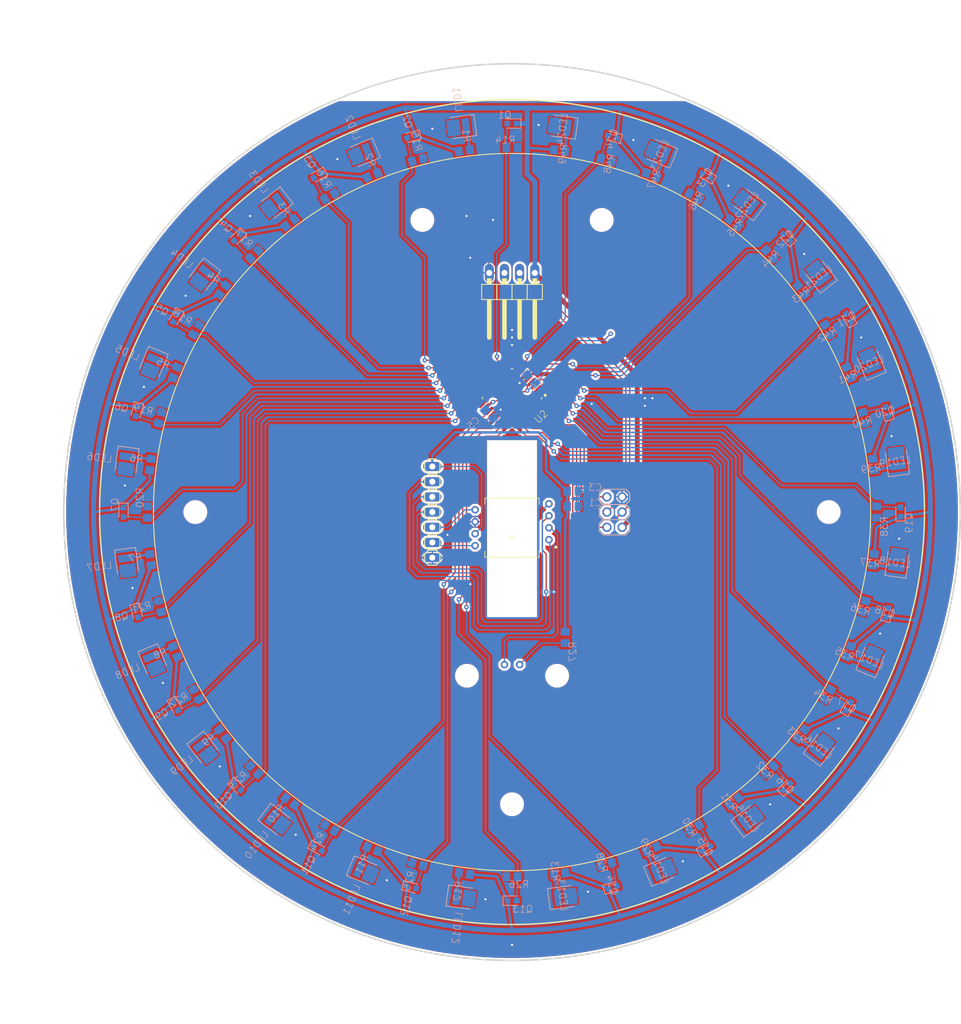
<source format=kicad_pcb>
(kicad_pcb (version 20211014) (generator pcbnew)
  (layers (0 "F.Cu" signal) (31 "B.Cu" signal) (34 "B.Paste" user) (35 "F.Paste" user) (36 "B.SilkS" user "B.Silkscreen") (37 "F.SilkS" user "F.Silkscreen") (38 "B.Mask" user) (39 "F.Mask" user) (44 "Edge.Cuts" user))
  (net 0 "")
  (net 1 "COLORSENSOR1")
  (net 2 "GND")
  (net 3 "+5V")
  (net 4 "N$1")
  (net 5 "N$6")
  (net 6 "COLORSENSOR2")
  (net 7 "N$8")
  (net 8 "N$9")
  (net 9 "COLORSENSOR3")
  (net 10 "COLORSENSOR4")
  (net 11 "N$10")
  (net 12 "COLORSENSOR5")
  (net 13 "N$11")
  (net 14 "COLORSENSOR6")
  (net 15 "N$12")
  (net 16 "COLORSENSOR7")
  (net 17 "N$13")
  (net 18 "N$14")
  (net 19 "COLORSENSOR8")
  (net 20 "COLORSENSOR9")
  (net 21 "N$15")
  (net 22 "COLORSENSOR12")
  (net 23 "N$16")
  (net 24 "N$17")
  (net 25 "COLORSENSOR10")
  (net 26 "COLORSENSOR11")
  (net 27 "N$18")
  (net 28 "COLORSENSOR13")
  (net 29 "N$19")
  (net 30 "N$20")
  (net 31 "COLORSENSOR15")
  (net 32 "COLORSENSOR14")
  (net 33 "N$21")
  (net 34 "N$22")
  (net 35 "N$23")
  (net 36 "COLORSENSOR18")
  (net 37 "COLORSENSOR17")
  (net 38 "COLORSENSOR16")
  (net 39 "N$24")
  (net 40 "COLORSENSOR19")
  (net 41 "N$25")
  (net 42 "COLORSENSOR20")
  (net 43 "N$26")
  (net 44 "N$27")
  (net 45 "COLORSENSOR21")
  (net 46 "COLORSENSOR22")
  (net 47 "N$28")
  (net 48 "N$29")
  (net 49 "COLORSENSOR24")
  (net 50 "COLORSENSOR23")
  (net 51 "MISO")
  (net 52 "RST")
  (net 53 "MOSI/SDA")
  (net 54 "SCK/SCL")
  (net 55 "N$2")
  (net 56 "N$3")
  (net 57 "+3V3")
  (net 58 "MOUSEMISO")
  (net 59 "MOUSEMOSI")
  (net 60 "MOUSECS")
  (net 61 "MOUSESCK")
  (net 62 "MOUSEMOTION")
  (footprint "" (layer "F.Cu") (at 163.5011 56.1266)
    (fp_text reference "@HOLE1" hide)
    (fp_text value "")
  )
  (footprint "Line Board:ADNS3050" (layer "F.Cu") (at 148.5011 106.372659)
    (fp_text reference "U3" hide)
    (fp_text value "ADNS3050")
  )
  (footprint "Line Board:COLORBOARDCUTOUT" (layer "F.Cu") (at 148.5011 105.0036)
    (fp_text reference "U$1" hide)
    (fp_text value "" hide)
  )
  (footprint "" (layer "F.Cu") (at 133.5011 56.1266)
    (fp_text reference "@HOLE4" hide)
    (fp_text value "")
  )
  (footprint "" (layer "F.Cu") (at 201.4821 105.0036)
    (fp_text reference "@HOLE2" hide)
    (fp_text value "")
  )
  (footprint "" (layer "F.Cu") (at 148.5011 153.8806)
    (fp_text reference "@HOLE3" hide)
    (fp_text value "")
  )
  (footprint "" (layer "F.Cu") (at 95.5201 105.0036)
    (fp_text reference "@HOLE0" hide)
    (fp_text value "")
  )
  (footprint "Line Board:1X04_90" (layer "F.Cu") (at 148.5011 68.8086 180)
    (fp_text reference "JP2" hide)
    (fp_text value "")
  )
  (footprint "Line Board:QFP80P900X900X120-32" (layer "F.Cu") (at 148.5011 85.9536 -135)
    (fp_text reference "U2")
    (fp_text value "ATTINY828")
  )
  (footprint "Line Board:1X07" (layer "F.Cu") (at 135.1661 105.0036 -90)
    (fp_text reference "JP4" hide)
    (fp_text value "")
  )
  (footprint "Line Board:R0805" (layer "B.Cu") (at 148.5011 166.0036)
    (fp_text reference "R26")
    (fp_text value "10k")
  )
  (footprint "Line Board:R0805" (layer "B.Cu") (at 164.2891 46.0826 165)
    (fp_text reference "R48")
    (fp_text value "10k")
  )
  (footprint "Line Board:R0805" (layer "B.Cu") (at 89.5801 120.7916 -75)
    (fp_text reference "R21")
    (fp_text value "10k")
  )
  (footprint "Line Board:R0805" (layer "B.Cu") (at 95.6731 74.5036 -120)
    (fp_text reference "R18")
    (fp_text value "10k")
  )
  (footprint "Line Board:LEDC1708X60" (layer "B.Cu") (at 211.2861 121.8266 75)
    (fp_text reference "Q18")
    (fp_text value "ALS-PT19-315C/L177/TR8")
  )
  (footprint "Line Board:LEDC1708X60" (layer "B.Cu") (at 213.5011 105.0036 90)
    (fp_text reference "Q19")
    (fp_text value "ALS-PT19-315C/L177/TR8")
  )
  (footprint "Line Board:R0805" (layer "B.Cu") (at 208.9791 97.0416 97.5)
    (fp_text reference "R39")
    (fp_text value "390R")
  )
  (footprint "Line Board:R0805" (layer "B.Cu") (at 204.8581 81.6596 112.5)
    (fp_text reference "R41")
    (fp_text value "390R")
  )
  (footprint "Line Board:R0805" (layer "B.Cu") (at 118.0011 157.8316 -30)
    (fp_text reference "R24")
    (fp_text value "10k")
  )
  (footprint "Line Board:LEDC1708X60" (layer "B.Cu") (at 92.2091 137.5036 -60)
    (fp_text reference "Q9")
    (fp_text value "ALS-PT19-315C/L177/TR8")
  )
  (footprint "Line Board:R0805" (layer "B.Cu") (at 171.8451 161.3606 22.5)
    (fp_text reference "R29")
    (fp_text value "390R")
  )
  (footprint "Line Board:LEDC3428X70" (layer "B.Cu") (at 212.9451 96.5196 97.5)
    (fp_text reference "LED19")
    (fp_text value "STW8A12D_LED")
  )
  (footprint "Line Board:LEDC1708X60" (layer "B.Cu") (at 83.5011 105.0036 -90)
    (fp_text reference "Q7")
    (fp_text value "ALS-PT19-315C/L177/TR8")
  )
  (footprint "Line Board:R0805" (layer "B.Cu") (at 100.1061 142.1376 -52.5)
    (fp_text reference "R9")
    (fp_text value "390R")
  )
  (footprint "Line Board:LEDC3428X70" (layer "B.Cu") (at 156.9851 169.4476 7.5)
    (fp_text reference "LED13")
    (fp_text value "STW8A12D_LED")
  )
  (footprint "Line Board:LEDC1708X60" (layer "B.Cu") (at 148.5011 170.0036)
    (fp_text reference "Q13")
    (fp_text value "ALS-PT19-315C/L177/TR8")
  )
  (footprint "Line Board:C0805" (layer "B.Cu") (at 158.6611 104.0516)
    (fp_text reference "C1")
    (fp_text value "0.1uF")
  )
  (footprint "Line Board:R0805" (layer "B.Cu") (at 105.3671 148.1376 -45)
    (fp_text reference "R23")
    (fp_text value "10k")
  )
  (footprint "Line Board:LEDC3428X70" (layer "B.Cu") (at 173.3751 44.9516 157.5)
    (fp_text reference "LED23")
    (fp_text value "STW8A12D_LED")
  )
  (footprint "Line Board:R0805" (layer "B.Cu") (at 140.5391 44.5256 -172.5)
    (fp_text reference "R1")
    (fp_text value "390R")
  )
  (footprint "Line Board:R0805" (layer "B.Cu") (at 132.7131 163.9246 -15)
    (fp_text reference "R25")
    (fp_text value "10k")
  )
  (footprint "Line Board:LEDC1708X60" (layer "B.Cu") (at 116.0011 48.7116 -150)
    (fp_text reference "Q3")
    (fp_text value "ALS-PT19-315C/L177/TR8")
  )
  (footprint "Line Board:LEDC3428X70" (layer "B.Cu") (at 108.9321 156.5716 -37.5)
    (fp_text reference "LED10")
    (fp_text value "STW8A12D_LED")
  )
  (footprint "Line Board:R0805" (layer "B.Cu") (at 157.3911 125.9586 90)
    (fp_text reference "R27")
    (fp_text value "33R")
  )
  (footprint "Line Board:LEDC3428X70" (layer "B.Cu") (at 208.5531 80.1296 112.5)
    (fp_text reference "LED20")
    (fp_text value "STW8A12D_LED")
  )
  (footprint "Line Board:R0805" (layer "B.Cu") (at 92.1441 81.6596 -112.5)
    (fp_text reference "R5")
    (fp_text value "390R")
  )
  (footprint "Line Board:LEDC1708X60" (layer "B.Cu") (at 102.5391 59.0416 -135)
    (fp_text reference "Q4")
    (fp_text value "ALS-PT19-315C/L177/TR8")
  )
  (footprint "Line Board:LEDC1708X60" (layer "B.Cu") (at 165.3241 167.7886 15)
    (fp_text reference "Q14")
    (fp_text value "ALS-PT19-315C/L177/TR8")
  )
  (footprint "Line Board:R0805" (layer "B.Cu") (at 92.1441 128.3476 -67.5)
    (fp_text reference "R8")
    (fp_text value "390R")
  )
  (footprint "Line Board:LEDC3428X70" (layer "B.Cu") (at 123.6271 165.0556 -22.5)
    (fp_text reference "LED11")
    (fp_text value "STW8A12D_LED")
  )
  (footprint "Line Board:R0805" (layer "B.Cu") (at 132.7131 46.0826 -165)
    (fp_text reference "R15")
    (fp_text value "10k")
  )
  (footprint "Line Board:LEDC3428X70" (layer "B.Cu") (at 200.0691 144.5726 52.5)
    (fp_text reference "LED16")
    (fp_text value "STW8A12D_LED")
  )
  (footprint "Line Board:LEDC3428X70" (layer "B.Cu") (at 140.0171 169.4476 -7.5)
    (fp_text reference "LED12")
    (fp_text value "STW8A12D_LED")
  )
  (footprint "Line Board:R0805" (layer "B.Cu") (at 185.6351 56.6086 142.5)
    (fp_text reference "R45")
    (fp_text value "390R")
  )
  (footprint "Line Board:LEDC1708X60" (layer "B.Cu") (at 92.2091 72.5036 -120)
    (fp_text reference "Q5")
    (fp_text value "ALS-PT19-315C/L177/TR8")
  )
  (footprint "Line Board:R0805" (layer "B.Cu") (at 204.8581 128.3476 67.5)
    (fp_text reference "R35")
    (fp_text value "390R")
  )
  (footprint "Line Board:LEDC1708X60" (layer "B.Cu") (at 131.6781 42.2186 -165)
    (fp_text reference "Q2")
    (fp_text value "ALS-PT19-315C/L177/TR8")
  )
  (footprint "Line Board:LEDC3428X70" (layer "B.Cu") (at 173.3751 165.0556 22.5)
    (fp_text reference "LED14")
    (fp_text value "STW8A12D_LED")
  )
  (footprint "Line Board:LEDC3428X70" (layer "B.Cu") (at 140.0171 40.5596 -172.5)
    (fp_text reference "LED1")
    (fp_text value "STW8A12D_LED")
  )
  (footprint "Line Board:R0805" (layer "B.Cu") (at 95.6731 135.5036 -60)
    (fp_text reference "R22")
    (fp_text value "10k")
  )
  (footprint "Line Board:R0805" (layer "B.Cu") (at 148.5011 44.0036 180)
    (fp_text reference "R14")
    (fp_text value "10k")
  )
  (footprint "Line Board:LEDC3428X70" (layer "B.Cu") (at 188.0701 156.5716 37.5)
    (fp_text reference "LED15")
    (fp_text value "STW8A12D_LED")
  )
  (footprint "Line Board:LEDC3428X70" (layer "B.Cu") (at 88.4491 80.1296 -112.5)
    (fp_text reference "LED5")
    (fp_text value "STW8A12D_LED")
  )
  (footprint "Line Board:R0805" (layer "B.Cu") (at 201.3291 74.5036 120)
    (fp_text reference "R42")
    (fp_text value "10k")
  )
  (footprint "Line Board:R0805" (layer "B.Cu") (at 125.1571 161.3606 -22.5)
    (fp_text reference "R11")
    (fp_text value "390R")
  )
  (footprint "Line Board:R0805" (layer "B.Cu") (at 208.9791 112.9656 82.5)
    (fp_text reference "R37")
    (fp_text value "390R")
  )
  (footprint "Line Board:C0805" (layer "B.Cu") (at 151.6761 82.7786 135)
    (fp_text reference "C4")
    (fp_text value "0.1uF")
  )
  (footprint "Line Board:LEDC3428X70" (layer "B.Cu") (at 200.0691 65.4346 127.5)
    (fp_text reference "LED21")
    (fp_text value "STW8A12D_LED")
  )
  (footprint "Line Board:LEDC1708X60" (layer "B.Cu") (at 131.6781 167.7886 -15)
    (fp_text reference "Q12")
    (fp_text value "ALS-PT19-315C/L177/TR8")
  )
  (footprint "Line Board:R0805" (layer "B.Cu") (at 140.5391 165.4816 -7.5)
    (fp_text reference "R12")
    (fp_text value "390R")
  )
  (footprint "Line Board:LEDC1708X60" (layer "B.Cu") (at 204.7931 137.5036 60)
    (fp_text reference "Q17")
    (fp_text value "ALS-PT19-315C/L177/TR8")
  )
  (footprint "Line Board:R0805" (layer "B.Cu") (at 88.0231 97.0416 -97.5)
    (fp_text reference "R6")
    (fp_text value "390R")
  )
  (footprint "Line Board:LEDC1708X60" (layer "B.Cu") (at 85.7161 88.1806 -105)
    (fp_text reference "Q6")
    (fp_text value "ALS-PT19-315C/L177/TR8")
  )
  (footprint "Line Board:R0805" (layer "B.Cu") (at 196.8961 142.1376 52.5)
    (fp_text reference "R33")
    (fp_text value "390R")
  )
  (footprint "Line Board:C0805" (layer "B.Cu") (at 144.6911 88.6206 -45)
    (fp_text reference "C5")
    (fp_text value "0.1uF")
  )
  (footprint "Line Board:R0805" (layer "B.Cu") (at 100.1061 67.8696 -127.5)
    (fp_text reference "R4")
    (fp_text value "390R")
  )
  (footprint "Line Board:LEDC3428X70" (layer "B.Cu") (at 96.9331 65.4346 -127.5)
    (fp_text reference "LED4")
    (fp_text value "STW8A12D_LED")
  )
  (footprint "Line Board:R0805" (layer "B.Cu") (at 118.0011 52.1756 -150)
    (fp_text reference "R16")
    (fp_text value "10k")
  )
  (footprint "Line Board:R0805" (layer "B.Cu") (at 179.0011 157.8316 30)
    (fp_text reference "R30")
    (fp_text value "10k")
  )
  (footprint "Line Board:R0805" (layer "B.Cu") (at 191.6351 61.8696 135)
    (fp_text reference "R44")
    (fp_text value "10k")
  )
  (footprint "Line Board:LEDC1708X60" (layer "B.Cu") (at 102.5391 150.9656 -45)
    (fp_text reference "Q10")
    (fp_text value "ALS-PT19-315C/L177/TR8")
  )
  (footprint "Line Board:R0805" (layer "B.Cu") (at 164.2891 163.9246 15)
    (fp_text reference "R28")
    (fp_text value "10k")
  )
  (footprint "Line Board:R0805" (layer "B.Cu") (at 111.3671 56.6086 -142.5)
    (fp_text reference "R3")
    (fp_text value "390R")
  )
  (footprint "Line Board:LEDC3428X70" (layer "B.Cu") (at 96.9331 144.5726 -52.5)
    (fp_text reference "LED9")
    (fp_text value "STW8A12D_LED")
  )
  (footprint "Line Board:LEDC3428X70" (layer "B.Cu") (at 84.0571 113.4876 -82.5)
    (fp_text reference "LED7")
    (fp_text value "STW8A12D_LED")
  )
  (footprint "Line Board:R0805" (layer "B.Cu") (at 156.4631 165.4816 7.5)
    (fp_text reference "R13")
    (fp_text value "390R")
  )
  (footprint "Line Board:LEDC3428X70" (layer "B.Cu") (at 212.9451 113.4876 82.5)
    (fp_text reference "LED18")
    (fp_text value "STW8A12D_LED")
  )
  (footprint "Line Board:C0805" (layer "B.Cu") (at 158.6611 101.5116)
    (fp_text reference "C3")
    (fp_text value "1uF")
  )
  (footprint "Line Board:LEDC3428X70" (layer "B.Cu") (at 208.5531 129.8776 67.5)
    (fp_text reference "LED17")
    (fp_text value "STW8A12D_LED")
  )
  (footprint "Line Board:R0805" (layer "B.Cu") (at 201.3291 135.5036 60)
    (fp_text reference "R34")
    (fp_text value "10k")
  )
  (footprint "Line Board:R0805" (layer "B.Cu") (at 196.8961 67.8696 127.5)
    (fp_text reference "R43")
    (fp_text value "390R")
  )
  (footprint "Line Board:LEDC3428X70" (layer "B.Cu") (at 123.6271 44.9516 -157.5)
    (fp_text reference "LED2")
    (fp_text value "STW8A12D_LED")
  )
  (footprint "Line Board:R0805" (layer "B.Cu") (at 191.6351 148.1376 45)
    (fp_text reference "R32")
    (fp_text value "10k")
  )
  (footprint "Line Board:R0805" (layer "B.Cu") (at 171.8451 48.6466 157.5)
    (fp_text reference "R47")
    (fp_text value "390R")
  )
  (footprint "Line Board:LEDC1708X60" (layer "B.Cu") (at 204.7931 72.5036 120)
    (fp_text reference "Q21")
    (fp_text value "ALS-PT19-315C/L177/TR8")
  )
  (footprint "Line Board:LEDC1708X60" (layer "B.Cu") (at 194.4631 59.0416 135)
    (fp_text reference "Q22")
    (fp_text value "ALS-PT19-315C/L177/TR8")
  )
  (footprint "Line Board:R0805" (layer "B.Cu") (at 179.0011 52.1756 150)
    (fp_text reference "R46")
    (fp_text value "10k")
  )
  (footprint "Line Board:LEDC1708X60" (layer "B.Cu") (at 85.7161 121.8266 -75)
    (fp_text reference "Q8")
    (fp_text value "ALS-PT19-315C/L177/TR8")
  )
  (footprint "Line Board:R0805" (layer "B.Cu") (at 89.5801 89.2156 -105)
    (fp_text reference "R19")
    (fp_text value "10k")
  )
  (footprint "Line Board:R0805" (layer "B.Cu") (at 87.5011 105.0036 -90)
    (fp_text reference "R20")
    (fp_text value "10k")
  )
  (footprint "Line Board:R0805" (layer "B.Cu") (at 185.6351 153.3986 37.5)
    (fp_text reference "R31")
    (fp_text value "390R")
  )
  (footprint "Line Board:LEDC3428X70" (layer "B.Cu") (at 84.0571 96.5196 -97.5)
    (fp_text reference "LED6")
    (fp_text value "STW8A12D_LED")
  )
  (footprint "Line Board:R0805" (layer "B.Cu") (at 207.4221 89.2156 105)
    (fp_text reference "R40")
    (fp_text value "10k")
  )
  (footprint "Line Board:LEDC1708X60" (layer "B.Cu") (at 181.0011 48.7116 150)
    (fp_text reference "Q23")
    (fp_text value "ALS-PT19-315C/L177/TR8")
  )
  (footprint "Line Board:R0805" (layer "B.Cu") (at 207.4221 120.7916 75)
    (fp_text reference "R36")
    (fp_text value "10k")
  )
  (footprint "Line Board:LEDC1708X60" (layer "B.Cu") (at 116.0011 161.2956 -30)
    (fp_text reference "Q11")
    (fp_text value "ALS-PT19-315C/L177/TR8")
  )
  (footprint "Line Board:R0805" (layer "B.Cu") (at 156.4631 44.5256 172.5)
    (fp_text reference "R49")
    (fp_text value "390R")
  )
  (footprint "Line Board:R0805" (layer "B.Cu") (at 105.3671 61.8696 -135)
    (fp_text reference "R17")
    (fp_text value "10k")
  )
  (footprint "Line Board:LEDC3428X70" (layer "B.Cu") (at 188.0701 53.4356 142.5)
    (fp_text reference "LED22")
    (fp_text value "STW8A12D_LED")
  )
  (footprint "Line Board:R0805" (layer "B.Cu") (at 125.1571 48.6466 -157.5)
    (fp_text reference "R2")
    (fp_text value "390R")
  )
  (footprint "Line Board:LEDC1708X60" (layer "B.Cu") (at 181.0011 161.2956 30)
    (fp_text reference "Q15")
    (fp_text value "ALS-PT19-315C/L177/TR8")
  )
  (footprint "Line Board:2X03" (layer "B.Cu") (at 165.6461 105.0036 90)
    (fp_text reference "JP1" hide)
    (fp_text value "")
  )
  (footprint "Line Board:LEDC1708X60" (layer "B.Cu") (at 211.2861 88.1806 105)
    (fp_text reference "Q20")
    (fp_text value "ALS-PT19-315C/L177/TR8")
  )
  (footprint "Line Board:R0805" (layer "B.Cu") (at 209.5011 105.0036 90)
    (fp_text reference "R38")
    (fp_text value "10k")
  )
  (footprint "Line Board:LEDC1708X60" (layer "B.Cu") (at 194.4631 150.9656 45)
    (fp_text reference "Q16")
    (fp_text value "ALS-PT19-315C/L177/TR8")
  )
  (footprint "Line Board:LEDC1708X60" (layer "B.Cu") (at 165.3241 42.2186 165)
    (fp_text reference "Q24")
    (fp_text value "ALS-PT19-315C/L177/TR8")
  )
  (footprint "Line Board:LEDC3428X70" (layer "B.Cu") (at 88.4491 129.8776 -67.5)
    (fp_text reference "LED8")
    (fp_text value "STW8A12D_LED")
  )
  (footprint "Line Board:LEDC3428X70" (layer "B.Cu") (at 108.9321 53.4356 -142.5)
    (fp_text reference "LED3")
    (fp_text value "STW8A12D_LED")
  )
  (footprint "Line Board:R0805" (layer "B.Cu") (at 111.3671 153.3986 -37.5)
    (fp_text reference "R10")
    (fp_text value "390R")
  )
  (footprint "Line Board:LEDC1708X60" (layer "B.Cu") (at 148.5011 40.0036 180)
    (fp_text reference "Q1")
    (fp_text value "ALS-PT19-315C/L177/TR8")
  )
  (footprint "Line Board:LEDC3428X70" (layer "B.Cu") (at 156.9851 40.5596 172.5)
    (fp_text reference "LED24")
    (fp_text value "STW8A12D_LED")
  )
  (footprint "Line Board:R0805" (layer "B.Cu") (at 88.0231 112.9656 -82.5)
    (fp_text reference "R7")
    (fp_text value "390R")
  )
  (gr_circle (center 148.5011 104.9961) (end 217.5011 104.9961) (layer "F.SilkS") (width 0.2032) (fill none))
  (gr_circle (center 148.5011 105.0036) (end 208.5011 105.0036) (layer "F.SilkS") (width 0.1524) (fill none))
  (gr_circle (center 148.5011 105.0036) (end 223.5011 105.0036) (layer "Edge.Cuts") (width 0.254) (fill none))
  (segment (start 145.9611 79.453804) (end 147.524375 81.017079) (width 0.2032) (layer "F.Cu") (net 1))
  (segment (start 145.9611 78.9686) (end 145.9611 79.453804) (width 0.2032) (layer "F.Cu") (net 1))
  (via (at 145.9611 78.9686) (size 0.7564) (drill 0.35) (layers "F.Cu" "B.Cu") (net 1))
  (segment (start 147.5511 44.0036) (end 147.7261 40.0036) (width 0.2032) (layer "B.Cu") (net 1))
  (segment (start 147.5511 44.0036) (end 147.5511 60.2336) (width 0.2032) (layer "B.Cu") (net 1))
  (segment (start 145.9611 61.8236) (end 145.9611 78.9686) (width 0.2032) (layer "B.Cu") (net 1))
  (segment (start 147.5511 60.2336) (end 145.9611 61.8236) (width 0.2032) (layer "B.Cu") (net 1))
  (segment (start 151.174881 82.714135) (end 150.475415 83.4136) (width 0.2032) (layer "F.Cu") (net 2))
  (segment (start 146.5961 88.424288) (end 146.5961 87.8586) (width 0.2032) (layer "F.Cu") (net 2))
  (segment (start 150.475415 83.4136) (end 149.7711 83.4136) (width 0.2032) (layer "F.Cu") (net 2))
  (segment (start 145.827319 89.193069) (end 146.5961 88.424288) (width 0.2032) (layer "F.Cu") (net 2))
  (via (at 137.7061 108.8136) (size 0.7564) (drill 0.35) (layers "F.Cu" "B.Cu") (net 2))
  (via (at 86.9061 84.0486) (size 0.7564) (drill 0.35) (layers "F.Cu" "B.Cu") (net 2))
  (via (at 127.5461 166.5986) (size 0.7564) (drill 0.35) (layers "F.Cu" "B.Cu") (net 2))
  (via (at 104.6861 55.4736) (size 0.7564) (drill 0.35) (layers "F.Cu" "B.Cu") (net 2))
  (via (at 146.5961 87.8586) (size 0.7564) (drill 0.35) (layers "F.Cu" "B.Cu") (net 2))
  (via (at 144.0561 169.7736) (size 0.7564) (drill 0.35) (layers "F.Cu" "B.Cu") (net 2))
  (via (at 119.2911 45.9486) (size 0.7564) (drill 0.35) (layers "F.Cu" "B.Cu") (net 2))
  (via (at 135.1661 40.8686) (size 0.7564) (drill 0.35) (layers "F.Cu" "B.Cu") (net 2))
  (via (at 99.6061 147.5486) (size 0.7564) (drill 0.35) (layers "F.Cu" "B.Cu") (net 2))
  (via (at 149.7711 83.4136) (size 0.7564) (drill 0.35) (layers "F.Cu" "B.Cu") (net 2))
  (via (at 148.5011 74.5236) (size 0.7564) (drill 0.35) (layers "F.Cu" "B.Cu") (net 2))
  (via (at 171.9961 85.9536) (size 0.7564) (drill 0.35) (layers "F.Cu" "B.Cu") (net 2))
  (via (at 170.7261 85.9536) (size 0.7564) (drill 0.35) (layers "F.Cu" "B.Cu") (net 2))
  (via (at 148.5011 77.0636) (size 0.7564) (drill 0.35) (layers "F.Cu" "B.Cu") (net 2))
  (via (at 191.6811 153.8986) (size 0.7564) (drill 0.35) (layers "F.Cu" "B.Cu") (net 2))
  (via (at 203.1111 141.1986) (size 0.7564) (drill 0.35) (layers "F.Cu" "B.Cu") (net 2))
  (via (at 197.3961 61.8236) (size 0.7564) (drill 0.35) (layers "F.Cu" "B.Cu") (net 2))
  (via (at 161.2011 168.5036) (size 0.7564) (drill 0.35) (layers "F.Cu" "B.Cu") (net 2))
  (via (at 177.0761 163.4236) (size 0.7564) (drill 0.35) (layers "F.Cu" "B.Cu") (net 2))
  (via (at 206.9211 75.7936) (size 0.7564) (drill 0.35) (layers "F.Cu" "B.Cu") (net 2))
  (via (at 213.2711 109.4486) (size 0.7564) (drill 0.35) (layers "F.Cu" "B.Cu") (net 2))
  (via (at 210.0961 125.3236) (size 0.7564) (drill 0.35) (layers "F.Cu" "B.Cu") (net 2))
  (via (at 212.0011 92.3036) (size 0.7564) (drill 0.35) (layers "F.Cu" "B.Cu") (net 2))
  (via (at 148.5011 75.7936) (size 0.7564) (drill 0.35) (layers "F.Cu" "B.Cu") (net 2))
  (via (at 85.0011 117.7036) (size 0.7564) (drill 0.35) (layers "F.Cu" "B.Cu") (net 2))
  (via (at 90.0811 133.5786) (size 0.7564) (drill 0.35) (layers "F.Cu" "B.Cu") (net 2))
  (via (at 184.6961 50.3936) (size 0.7564) (drill 0.35) (layers "F.Cu" "B.Cu") (net 2))
  (via (at 83.7311 100.5586) (size 0.7564) (drill 0.35) (layers "F.Cu" "B.Cu") (net 2))
  (via (at 168.8211 42.7736) (size 0.7564) (drill 0.35) (layers "F.Cu" "B.Cu") (net 2))
  (via (at 152.9461 40.2336) (size 0.7564) (drill 0.35) (layers "F.Cu" "B.Cu") (net 2))
  (via (at 155.4861 118.3386) (size 0.7564) (drill 0.35) (layers "F.Cu" "B.Cu") (net 2))
  (via (at 161.8361 86.9061) (size 0.7564) (drill 0.35) (layers "F.Cu" "B.Cu") (net 2))
  (via (at 141.5161 117.0686) (size 0.7564) (drill 0.35) (layers "F.Cu" "B.Cu") (net 2))
  (via (at 140.8811 55.4736) (size 0.7564) (drill 0.35) (layers "F.Cu" "B.Cu") (net 2))
  (via (at 93.8911 68.8086) (size 0.7564) (drill 0.35) (layers "F.Cu" "B.Cu") (net 2))
  (via (at 145.3261 56.1086) (size 0.7564) (drill 0.35) (layers "F.Cu" "B.Cu") (net 2))
  (via (at 141.5161 62.4586) (size 0.7564) (drill 0.35) (layers "F.Cu" "B.Cu") (net 2))
  (via (at 112.3061 158.9786) (size 0.7564) (drill 0.35) (layers "F.Cu" "B.Cu") (net 2))
  (via (at 170.7261 87.2236) (size 0.7564) (drill 0.35) (layers "F.Cu" "B.Cu") (net 2))
  (via (at 148.5011 177.3936) (size 0.7564) (drill 0.35) (layers "F.Cu" "B.Cu") (net 2))
  (segment (start 149.7711 83.4136) (end 149.7711 83.3401) (width 0.2032) (layer "B.Cu") (net 2))
  (segment (start 154.8511 125.3236) (end 155.4861 124.6886) (width 0.2032) (layer "B.Cu") (net 2))
  (segment (start 145.36285 89.09185) (end 145.36285 89.292354) (width 0.2032) (layer "B.Cu") (net 2))
  (segment (start 141.5161 117.0686) (end 141.5161 124.6886) (width 0.2032) (layer "B.Cu") (net 2))
  (segment (start 155.4861 124.6886) (end 155.4861 118.3386) (width 0.2032) (layer "B.Cu") (net 2))
  (segment (start 141.5161 117.0686) (end 140.8811 116.4336) (width 0.2032) (layer "B.Cu") (net 2))
  (segment (start 141.5161 124.6886) (end 142.1511 125.3236) (width 0.2032) (layer "B.Cu") (net 2))
  (segment (start 140.8811 116.4336) (end 135.1661 116.4336) (width 0.2032) (layer "B.Cu") (net 2))
  (segment (start 142.1511 125.3236) (end 154.8511 125.3236) (width 0.2032) (layer "B.Cu") (net 2))
  (segment (start 146.5961 87.8586) (end 145.36285 89.09185) (width 0.2032) (layer "B.Cu") (net 2))
  (segment (start 149.7711 83.3401) (end 151.00435 82.10685) (width 0.2032) (layer "B.Cu") (net 2))
  (segment (start 169.4561 82.1436) (end 163.7411 76.4286) (width 0.8128) (layer "F.Cu") (net 3))
  (segment (start 163.7411 76.4286) (end 152.3111 64.9986) (width 0.8128) (layer "F.Cu") (net 3))
  (segment (start 151.0411 83.979285) (end 151.0411 84.6836) (width 0.2032) (layer "F.Cu") (net 3))
  (segment (start 151.740565 83.279819) (end 151.0411 83.979285) (width 0.2032) (layer "F.Cu") (net 3))
  (segment (start 144.130263 87.496013) (end 145.037675 86.5886) (width 0.2032) (layer "F.Cu") (net 3))
  (segment (start 166.9161 107.5436) (end 169.4561 105.0036) (width 0.8128) (layer "F.Cu") (net 3))
  (segment (start 165.0111 75.1586) (end 163.7411 76.4286) (width 0.2032) (layer "F.Cu") (net 3))
  (segment (start 145.037675 86.5886) (end 145.3261 86.5886) (width 0.2032) (layer "F.Cu") (net 3))
  (segment (start 169.4561 105.0036) (end 169.4561 82.1436) (width 0.8128) (layer "F.Cu") (net 3))
  (segment (start 145.3261 86.5886) (end 151.0411 84.6836) (width 0.2032) (layer "F.Cu") (net 3))
  (via (at 145.3261 86.5886) (size 0.7564) (drill 0.35) (layers "F.Cu" "B.Cu") (net 3))
  (via (at 165.0111 75.1586) (size 0.7564) (drill 0.35) (layers "F.Cu" "B.Cu") (net 3))
  (via (at 151.0411 84.6836) (size 0.7564) (drill 0.35) (layers "F.Cu" "B.Cu") (net 3))
  (segment (start 203.524817 148.274729) (end 204.538987 146.953037) (width 0.8128) (layer "B.Cu") (net 3))
  (segment (start 99.003625 154.501075) (end 99.003625 154.501075) (width 0.8128) (layer "B.Cu") (net 3))
  (segment (start 169.815155 38.327434) (end 168.22238 37.839091) (width 0.8128) (layer "B.Cu") (net 3))
  (segment (start 218.006053 113.313935) (end 218.184135 111.657523) (width 0.8128) (layer "B.Cu") (net 3))
  (segment (start 214.651158 127.898358) (end 215.177266 126.317655) (width 0.8128) (layer "B.Cu") (net 3))
  (segment (start 193.069413 51.025219) (end 191.772229 49.979883) (width 0.8128) (layer "B.Cu") (net 3))
  (segment (start 95.59863 150.843851) (end 96.704504 152.089826) (width 0.8128) (layer "B.Cu") (net 3))
  (segment (start 113.5011 44.381822) (end 112.068354 45.23191) (width 0.8128) (layer "B.Cu") (net 3))
  (segment (start 151.0411 44.0436) (end 151.0411 40.2336) (width 0.8128) (layer "B.Cu") (net 3))
  (segment (start 151.0411 37.388791) (end 166.618434 37.388791) (width 0.8128) (layer "B.Cu") (net 3))
  (segment (start 93.477383 61.732471) (end 92.463213 63.054163) (width 0.8128) (layer "B.Cu") (net 3))
  (segment (start 215.177266 126.317655) (end 215.665609 124.72488) (width 0.8128) (layer "B.Cu") (net 3))
  (segment (start 145.3261 86.5886) (end 144.019347 87.895354) (width 0.2032) (layer "B.Cu") (net 3))
  (segment (start 87.879322 140.0036) (end 87.879322 140.0036) (width 0.8128) (layer "B.Cu") (net 3))
  (segment (start 91.480783 145.607584) (end 92.463213 146.953037) (width 0.8128) (layer "B.Cu") (net 3))
  (segment (start 105.229971 160.027317) (end 106.551663 161.041487) (width 0.8128) (layer "B.Cu") (net 3))
  (segment (start 218.322748 100.009857) (end 218.184135 98.349677) (width 0.8128) (layer "B.Cu") (net 3))
  (segment (start 217.23611 91.756012) (end 216.901381 90.124029) (width 0.8128) (layer "B.Cu") (net 3))
  (segment (start 181.672271 49.0991) (end 183.5011 44.381822) (width 0.4064) (layer "B.Cu") (net 3))
  (segment (start 218.184135 111.657523) (end 218.322749 109.997343) (width 0.8128) (layer "B.Cu") (net 3))
  (segment (start 195.587327 53.207004) (end 194.341352 52.10113) (width 0.8128) (layer "B.Cu") (net 3))
  (segment (start 187.736632 162.974049) (end 189.105084 162.023917) (width 0.8128) (layer "B.Cu") (net 3))
  (segment (start 165.004226 173.030411) (end 166.618434 172.618409) (width 0.8128) (layer "B.Cu") (net 3))
  (segment (start 95.59863 59.163348) (end 94.522719 60.435287) (width 0.8128) (layer "B.Cu") (net 3))
  (segment (start 124.038607 39.417119) (end 122.484728 40.017844) (width 0.8128) (layer "B.Cu") (net 3))
  (segment (start 212.17534 75.924549) (end 211.465293 74.417484) (width 0.8128) (layer "B.Cu") (net 3))
  (segment (start 189.105084 47.983283) (end 187.736632 47.03315) (width 0.8128) (layer "B.Cu") (net 3))
  (segment (start 114.953671 166.441129) (end 116.425243 167.222081) (width 0.8128) (layer "B.Cu") (net 3))
  (segment (start 208.27279 141.436347) (end 209.122878 140.0036) (width 0.8128) (layer "B.Cu") (net 3))
  (segment (start 89.613353 142.848457) (end 90.530651 144.239132) (width 0.8128) (layer "B.Cu") (net 3))
  (segment (start 215.177267 83.689545) (end 214.651158 82.108842) (width 0.8128) (layer "B.Cu") (net 3))
  (segment (start 78.818065 111.657523) (end 78.996148 113.313935) (width 0.8128) (layer "B.Cu") (net 3))
  (segment (start 83.3611 104.3686) (end 78.5011 105.0036) (width 0.4064) (layer "B.Cu") (net 3))
  (segment (start 97.839717 153.309131) (end 99.003625 154.501075) (width 0.8128) (layer "B.Cu") (net 3))
  (segment (start 87.063571 138.551029) (end 87.879322 140.0036) (width 0.8128) (layer "B.Cu") (net 3))
  (segment (start 85.916685 87.43201) (end 80.886291 86.886266) (width 0.4064) (layer "B.Cu") (net 3))
  (segment (start 84.82686 134.082651) (end 85.536907 135.589716) (width 0.8128) (layer "B.Cu") (net 3))
  (segment (start 212.849321 132.559116) (end 213.486856 131.019972) (width 0.8128) (layer "B.Cu") (net 3))
  (segment (start 110.613413 57.186925) (end 103.087107 58.493594) (width 0.4064) (layer "B.Cu") (net 3))
  (segment (start 184.881415 56.030279) (end 181.672271 49.0991) (width 0.4064) (layer "B.Cu") (net 3))
  (segment (start 86.282618 137.079457) (end 87.063571 138.551029) (width 0.8128) (layer "B.Cu") (net 3))
  (segment (start 125.606342 171.153658) (end 127.187045 171.679766) (width 0.8128) (layer "B.Cu") (net 3))
  (segment (start 110.656243 163.891347) (end 112.068353 164.77529) (width 0.8128) (layer "B.Cu") (net 3))
  (segment (start 206.47155 144.239132) (end 207.388847 142.848457) (width 0.8128) (layer "B.Cu") (net 3))
  (segment (start 106.551663 161.041487) (end 107.897116 162.023917) (width 0.8128) (layer "B.Cu") (net 3))
  (segment (start 132.426691 42.018016) (end 130.383766 37.388791) (width 0.4064) (layer "B.Cu") (net 3))
  (segment (start 119.422049 168.67784) (end 120.945584 169.351821) (width 0.8128) (layer "B.Cu") (net 3))
  (segment (start 120.945584 169.351821) (end 122.484728 169.989356) (width 0.8128) (layer "B.Cu") (net 3))
  (segment (start 82.351042 127.898358) (end 82.914619 129.466093) (width 0.8128) (layer "B.Cu") (net 3))
  (segment (start 172.963593 170.590081) (end 174.517472 169.989356) (width 0.8128) (layer "B.Cu") (net 3))
  (segment (start 172.963593 39.417119) (end 171.395858 38.853542) (width 0.8128) (layer "B.Cu") (net 3))
  (segment (start 209.122878 140.0036) (end 209.122878 140.0036) (width 0.8128) (layer "B.Cu") (net 3))
  (segment (start 126.034785 161.724146) (end 130.929507 167.588012) (width 0.4064) (layer "B.Cu") (net 3))
  (segment (start 80.886291 86.886266) (end 80.474289 88.500474) (width 0.8128) (layer "B.Cu") (net 3))
  (segment (start 215.665609 85.28232) (end 215.177267 83.689545) (width 0.8128) (layer "B.Cu") (net 3))
  (segment (start 211.465293 74.417484) (end 210.719582 72.927743) (width 0.8128) (layer "B.Cu") (net 3))
  (segment (start 218.5011 105.0036) (end 218.481276 103.337761) (width 0.8128) (layer "B.Cu") (net 3))
  (segment (start 79.76609 91.756012) (end 79.470294 93.395499) (width 0.8128) (layer "B.Cu") (net 3))
  (segment (start 109.265568 47.033151) (end 107.897116 47.983283) (width 0.8128) (layer "B.Cu") (net 3))
  (segment (start 100.195569 54.342217) (end 99.003625 55.506125) (width 0.8128) (layer "B.Cu") (net 3))
  (segment (start 122.484728 169.989356) (end 124.038607 170.590081) (width 0.8128) (layer "B.Cu") (net 3))
  (segment (start 116.425243 167.222081) (end 117.914984 167.967792) (width 0.8128) (layer "B.Cu") (net 3))
  (segment (start 217.531906 116.611701) (end 217.788602 114.965639) (width 0.8128) (layer "B.Cu") (net 3))
  (segment (start 84.152878 132.559116) (end 84.82686 134.082651) (width 0.8128) (layer "B.Cu") (net 3))
  (segment (start 184.933846 164.77529) (end 186.345957 163.891347) (width 0.8128) (layer "B.Cu") (net 3))
  (segment (start 101.414873 156.800196) (end 102.660848 157.90607) (width 0.8128) (layer "B.Cu") (net 3))
  (segment (start 83.5011 104.2286) (end 87.8991 99.8306) (width 0.4064) (layer "B.Cu") (net 3))
  (segment (start 200.297696 57.917374) (end 199.162483 56.698069) (width 0.8128) (layer "B.Cu") (net 3))
  (segment (start 155.521228 44.401604) (end 151.0411 44.0436) (width 0.4064) (layer "B.Cu") (net 3))
  (segment (start 218.421814 108.334334) (end 218.481276 106.669439) (width 0.8128) (layer "B.Cu") (net 3))
  (segment (start 161.748688 173.73861) (end 163.380671 173.403881) (width 0.8128) (layer "B.Cu") (net 3))
  (segment (start 91.78055 82.537288) (end 85.916685 87.43201) (width 0.4064) (layer "B.Cu") (net 3))
  (segment (start 112.120785 153.976921) (end 115.329929 160.9081) (width 0.4064) (layer "B.Cu") (net 3))
  (segment (start 78.580386 108.334334) (end 78.679452 109.997343) (width 0.8128) (layer "B.Cu") (net 3))
  (segment (start 160.109201 174.034405) (end 161.748688 173.73861) (width 0.8128) (layer "B.Cu") (net 3))
  (segment (start 80.886291 123.120934) (end 80.886291 123.120934) (width 0.8128) (layer "B.Cu") (net 3))
  (segment (start 170.967415 48.283054) (end 166.072693 42.419188) (width 0.4064) (layer "B.Cu") (net 3))
  (segment (start 201.40357 59.163349) (end 200.297696 57.917374) (width 0.8128) (layer "B.Cu") (net 3))
  (segment (start 211.486687 88.929194) (end 216.115909 86.886266) (width 0.4064) (layer "B.Cu") (net 3))
  (segment (start 171.395858 38.853542) (end 169.815155 38.327434) (width 0.8128) (layer "B.Cu") (net 3))
  (segment (start 183.5011 165.625378) (end 184.933846 164.77529) (width 0.8128) (layer "B.Cu") (net 3))
  (segment (start 179.087216 167.967793) (end 180.576957 167.222082) (width 0.8128) (layer "B.Cu") (net 3))
  (segment (start 78.580386 101.672866) (end 78.520924 103.337761) (width 0.8128) (layer "B.Cu") (net 3))
  (segment (start 199.162483 56.698069) (end 197.998575 55.506125) (width 0.8128) (layer "B.Cu") (net 3))
  (segment (start 163.380671 173.403881) (end 165.004226 173.030411) (width 0.8128) (layer "B.Cu") (net 3))
  (segment (start 187.736632 47.03315) (end 186.345957 46.115853) (width 0.8128) (layer "B.Cu") (net 3))
  (segment (start 106.551663 48.965713) (end 105.229971 49.979883) (width 0.8128) (layer "B.Cu") (net 3))
  (segment (start 130.383766 37.388791) (end 128.77982 37.839091) (width 0.8128) (layer "B.Cu") (net 3))
  (segment (start 109.265568 162.97405) (end 110.656243 163.891347) (width 0.8128) (layer "B.Cu") (net 3))
  (segment (start 88.72941 141.436346) (end 89.613353 142.848457) (width 0.8128) (layer "B.Cu") (net 3))
  (segment (start 195.011109 59.58961) (end 197.998575 55.506125) (width 0.4064) (layer "B.Cu") (net 3))
  (segment (start 86.282619 72.927743) (end 85.536908 74.417484) (width 0.8128) (layer "B.Cu") (net 3))
  (segment (start 79.213598 95.041561) (end 78.996147 96.693265) (width 0.8128) (layer "B.Cu") (net 3))
  (segment (start 216.527911 121.506726) (end 216.901382 119.883171) (width 0.8128) (layer "B.Cu") (net 3))
  (segment (start 214.651158 82.108842) (end 214.087581 80.541107) (width 0.8128) (layer "B.Cu") (net 3))
  (segment (start 164.575509 167.989184) (end 166.618434 172.618409) (width 0.4064) (layer "B.Cu") (net 3))
  (segment (start 80.886291 123.120934) (end 81.336591 124.72488) (width 0.8128) (layer "B.Cu") (net 3))
  (segment (start 218.5011 105.0036) (end 218.5011 105.0036) (width 0.8128) (layer "B.Cu") (net 3))
  (segment (start 124.038607 170.590081) (end 125.606342 171.153658) (width 0.8128) (layer "B.Cu") (net 3))
  (segment (start 171.395858 171.153658) (end 172.963593 170.590081) (width 0.8128) (layer "B.Cu") (net 3))
  (segment (start 89.613353 67.158743) (end 88.72941 68.570853) (width 0.8128) (layer "B.Cu") (net 3))
  (segment (start 117.914984 42.039407) (end 116.425243 42.785118) (width 0.8128) (layer "B.Cu") (net 3))
  (segment (start 92.463213 63.054163) (end 91.480783 64.399616) (width 0.8128) (layer "B.Cu") (net 3))
  (segment (start 151.0411 84.6836) (end 151.114606 84.6836) (width 0.2032) (layer "B.Cu") (net 3))
  (segment (start 191.772229 160.027317) (end 193.069412 158.98198) (width 0.8128) (layer "B.Cu") (net 3))
  (segment (start 83.5011 104.2286) (end 83.3611 104.3686) (width 0.4064) (layer "B.Cu") (net 3))
  (segment (start 197.998575 154.501075) (end 199.162483 153.309131) (width 0.8128) (layer "B.Cu") (net 3))
  (segment (start 78.679452 109.997343) (end 78.818065 111.657523) (width 0.8128) (layer "B.Cu") (net 3))
  (segment (start 135.253512 173.73861) (end 136.892999 174.034406) (width 0.8128) (layer "B.Cu") (net 3))
  (segment (start 80.474289 121.506726) (end 80.886291 123.120934) (width 0.8128) (layer "B.Cu") (net 3))
  (segment (start 78.818065 98.349677) (end 78.679451 100.009857) (width 0.8128) (layer "B.Cu") (net 3))
  (segment (start 218.421814 101.672866) (end 218.322748 100.009857) (width 0.8128) (layer "B.Cu") (net 3))
  (segment (start 94.522719 60.435287) (end 93.477383 61.732471) (width 0.8128) (layer "B.Cu") (net 3))
  (segment (start 158.463139 174.291101) (end 160.109201 174.034405) (width 0.8128) (layer "B.Cu") (net 3))
  (segment (start 216.527911 88.500474) (end 216.115909 86.886266) (width 0.8128) (layer "B.Cu") (net 3))
  (segment (start 214.087581 80.541107) (end 213.486856 78.987228) (width 0.8128) (layer "B.Cu") (net 3))
  (segment (start 80.100819 119.883171) (end 80.474289 121.506726) (width 0.8128) (layer "B.Cu") (net 3))
  (segment (start 191.772229 49.979883) (end 190.450537 48.965713) (width 0.8128) (layer "B.Cu") (net 3))
  (segment (start 88.147097 113.907471) (end 85.515513 121.078006) (width 0.4064) (layer "B.Cu") (net 3))
  (segment (start 87.879322 70.0036) (end 92.5966 71.832432) (width 0.4064) (layer "B.Cu") (net 3))
  (segment (start 85.515513 121.078006) (end 80.886291 123.120934) (width 0.4064) (layer "B.Cu") (net 3))
  (segment (start 190.450537 48.965713) (end 189.105084 47.983283) (width 0.8128) (layer "B.Cu") (net 3))
  (segment (start 102.660848 157.90607) (end 103.932787 158.981981) (width 0.8128) (layer "B.Cu") (net 3))
  (segment (start 79.213599 114.965639) (end 79.470295 116.611701) (width 0.8128) (layer "B.Cu") (net 3))
  (segment (start 156.811435 174.508552) (end 158.463139 174.291101) (width 0.8128) (layer "B.Cu") (net 3))
  (segment (start 112.068354 45.23191) (end 110.656243 46.115853) (width 0.8128) (layer "B.Cu") (net 3))
  (segment (start 211.085515 122.57519) (end 216.115909 123.120934) (width 0.4064) (layer "B.Cu") (net 3))
  (segment (start 83.515344 78.987228) (end 82.914619 80.541107) (width 0.8128) (layer "B.Cu") (net 3))
  (segment (start 80.886291 86.886266) (end 80.886291 86.886266) (width 0.8128) (layer "B.Cu") (net 3))
  (segment (start 93.477383 148.274729) (end 94.52272 149.571912) (width 0.8128) (layer "B.Cu") (net 3))
  (segment (start 218.184135 98.349677) (end 218.006052 96.693265) (width 0.8128) (layer "B.Cu") (net 3))
  (segment (start 122.484728 40.017844) (end 120.945584 40.655378) (width 0.8128) (layer "B.Cu") (net 3))
  (segment (start 217.23611 118.251188) (end 217.531906 116.611701) (width 0.8128) (layer "B.Cu") (net 3))
  (segment (start 186.345957 163.891347) (end 187.736632 162.974049) (width 0.8128) (layer "B.Cu") (net 3))
  (segment (start 218.322749 109.997343) (end 218.421814 108.334334) (width 0.8128) (layer "B.Cu") (net 3))
  (segment (start 213.486856 131.019972) (end 214.087581 129.466093) (width 0.8128) (layer "B.Cu") (net 3))
  (segment (start 105.229971 49.979883) (end 103.932788 51.02522) (width 0.8128) (layer "B.Cu") (net 3))
  (segment (start 114.953671 43.566071) (end 113.5011 44.381822) (width 0.8128) (layer "B.Cu") (net 3))
  (segment (start 83.515344 131.019972) (end 84.152878 132.559116) (width 0.8128) (layer "B.Cu") (net 3))
  (segment (start 153.494843 174.825248) (end 155.155023 174.686635) (width 0.8128) (layer "B.Cu") (net 3))
  (segment (start 81.336591 85.28232) (end 80.886291 86.886266) (width 0.8128) (layer "B.Cu") (net 3))
  (segment (start 78.679451 100.009857) (end 78.580386 101.672866) (width 0.8128) (layer "B.Cu") (net 3))
  (segment (start 166.618434 172.618409) (end 166.618434 172.618409) (width 0.8128) (layer "B.Cu") (net 3))
  (segment (start 139.597225 44.6496) (end 132.426691 42.018016) (width 0.4064) (layer "B.Cu") (net 3))
  (segment (start 130.929507 167.588012) (end 130.383766 172.618409) (width 0.4064) (layer "B.Cu") (net 3))
  (segment (start 99.003625 55.506125) (end 99.003625 55.506125) (width 0.8128) (layer "B.Cu") (net 3))
  (segment (start 176.056616 40.655379) (end 174.517472 40.017844) (width 0.8128) (layer "B.Cu") (net 3))
  (segment (start 177.580151 168.67784) (end 179.087216 167.967793) (width 0.8128) (layer "B.Cu") (net 3))
  (segment (start 152.347853 83.450354) (end 159.47544 76.322766) (width 0.2032) (layer "B.Cu") (net 3))
  (segment (start 169.815155 171.679767) (end 171.395858 171.153658) (width 0.8128) (layer "B.Cu") (net 3))
  (segment (start 84.82686 75.924549) (end 84.152879 77.448084) (width 0.8128) (layer "B.Cu") (net 3))
  (segment (start 90.53065 65.768068) (end 89.613353 67.158743) (width 0.8128) (layer "B.Cu") (net 3))
  (segment (start 103.932788 51.02522) (end 102.660849 52.10113) (width 0.8128) (layer "B.Cu") (net 3))
  (segment (start 120.945584 40.655378) (end 119.422049 41.32936) (width 0.8128) (layer "B.Cu") (net 3))
  (segment (start 107.897116 47.983283) (end 106.551663 48.965713) (width 0.8128) (layer "B.Cu") (net 3))
  (segment (start 81.824933 126.317655) (end 82.351042 127.898358) (width 0.8128) (layer "B.Cu") (net 3))
  (segment (start 206.471549 65.768068) (end 205.521417 64.399616) (width 0.8128) (layer "B.Cu") (net 3))
  (segment (start 102.660849 52.10113) (end 101.414874 53.207004) (width 0.8128) (layer "B.Cu") (net 3))
  (segment (start 97.839717 56.698069) (end 96.704504 57.917373) (width 0.8128) (layer "B.Cu") (net 3))
  (segment (start 116.672269 48.3241) (end 113.5011 44.381822) (width 0.4064) (layer "B.Cu") (net 3))
  (segment (start 116.425243 42.785118) (end 114.953671 43.566071) (width 0.8128) (layer "B.Cu") (net 3))
  (segment (start 197.474425 141.383912) (end 204.4056 138.174768) (width 0.4064) (layer "B.Cu") (net 3))
  (segment (start 133.621529 173.403882) (end 135.253512 173.73861) (width 0.8128) (layer "B.Cu") (net 3))
  (segment (start 124.279413 49.01015) (end 116.672269 48.3241) (width 0.4064) (layer "B.Cu") (net 3))
  (segment (start 218.481276 106.669439) (end 218.5011 105.0036) (width 0.8128) (layer "B.Cu") (net 3))
  (segment (start 99.527775 68.623288) (end 92.5966 71.832432) (width 0.4064) (layer "B.Cu") (net 3))
  (segment (start 87.879322 70.0036) (end 87.063571 71.456171) (width 0.8128) (layer "B.Cu") (net 3))
  (segment (start 85.536907 135.589716) (end 86.282618 137.079457) (width 0.8128) (layer "B.Cu") (net 3))
  (segment (start 209.122878 70.0036) (end 209.122878 70.0036) (width 0.8128) (layer "B.Cu") (net 3))
  (segment (start 125.606342 38.853542) (end 124.038607 39.417119) (width 0.8128) (layer "B.Cu") (net 3))
  (segment (start 141.847177 174.686635) (end 143.507357 174.825249) (width 0.8128) (layer "B.Cu") (net 3))
  (segment (start 216.115909 123.120934) (end 216.115909 123.120934) (width 0.8128) (layer "B.Cu") (net 3))
  (segment (start 151.114606 84.6836) (end 152.347853 83.450354) (width 0.2032) (layer "B.Cu") (net 3))
  (segment (start 204.494553 80.781916) (end 205.1806 73.174772) (width 0.4064) (layer "B.Cu") (net 3))
  (segment (start 92.463213 146.953037) (end 93.477383 148.274729) (width 0.8128) (layer "B.Cu") (net 3))
  (segment (start 152.3111 49.7586) (end 152.3111 64.9986) (width 0.8128) (layer "B.Cu") (net 3))
  (segment (start 147.7261 170.0036) (end 145.9611 165.9636) (width 0.4064) (layer "B.Cu") (net 3))
  (segment (start 80.474289 88.500474) (end 80.100818 90.124029) (width 0.8128) (layer "B.Cu") (net 3))
  (segment (start 216.115909 86.886266) (end 215.665609 85.28232) (width 0.8128) (layer "B.Cu") (net 3))
  (segment (start 216.115909 86.886266) (end 216.115909 86.886266) (width 0.8128) (layer "B.Cu") (net 3))
  (segment (start 209.938629 138.551029) (end 210.719581 137.079457) (width 0.8128) (layer "B.Cu") (net 3))
  (segment (start 82.914619 129.466093) (end 83.515344 131.019972) (width 0.8128) (layer "B.Cu") (net 3))
  (segment (start 81.824934 83.689545) (end 81.336591 85.28232) (width 0.8128) (layer "B.Cu") (net 3))
  (segment (start 209.1031 112.023725) (end 209.4611 107.5436) (width 0.4064) (layer "B.Cu") (net 3))
  (segment (start 217.531905 93.395499) (end 217.23611 91.756012) (width 0.8128) (layer "B.Cu") (net 3))
  (segment (start 148.5011 175.0036) (end 148.5011 175.0036) (width 0.8128) (layer "B.Cu") (net 3))
  (segment (start 100.195569 155.664983) (end 101.414873 156.800196) (width 0.8128) (layer "B.Cu") (net 3))
  (segment (start 92.507647 129.225284) (end 91.8216 136.832428) (width 0.4064) (layer "B.Cu") (net 3))
  (segment (start 205.1806 73.174772) (end 209.122878 70.0036) (width 0.4064) (layer "B.Cu") (net 3))
  (segment (start 184.933847 45.23191) (end 183.5011 44.381822) (width 0.8128) (layer "B.Cu") (net 3))
  (segment (start 209.122878 70.0036) (end 208.27279 68.570854) (width 0.8128) (layer "B.Cu") (net 3))
  (segment (start 145.170366 174.924314) (end 146.835261 174.983776) (width 0.8128) (layer "B.Cu") (net 3))
  (segment (start 177.580151 41.32936) (end 176.056616 40.655379) (width 0.8128) (layer "B.Cu") (net 3))
  (segment (start 202.479481 149.571913) (end 203.524817 148.274729) (width 0.8128) (layer "B.Cu") (net 3))
  (segment (start 183.5011 165.625378) (end 183.5011 165.625378) (width 0.8128) (layer "B.Cu") (net 3))
  (segment (start 196.317778 67.115916) (end 195.011109 59.58961) (width 0.4064) (layer "B.Cu") (net 3))
  (segment (start 180.576957 167.222082) (end 182.048529 166.441129) (width 0.8128) (layer "B.Cu") (net 3))
  (segment (start 136.892999 174.034406) (end 138.539061 174.291102) (width 0.8128) (layer "B.Cu") (net 3))
  (segment (start 82.351042 82.108842) (end 81.824934 83.689545) (width 0.8128) (layer "B.Cu") (net 3))
  (segment (start 193.069412 158.98198) (end 194.341351 157.90607) (width 0.8128) (layer "B.Cu") (net 3))
  (segment (start 130.383766 37.388791) (end 130.383766 37.388791) (width 0.8128) (layer "B.Cu") (net 3))
  (segment (start 147.7261 170.0036) (end 148.5011 175.0036) (width 0.4064) (layer "B.Cu") (net 3))
  (segment (start 174.517472 169.989356) (end 176.056616 169.351822) (width 0.8128) (layer "B.Cu") (net 3))
  (segment (start 78.520924 106.669439) (end 78.580386 108.334334) (width 0.8128) (layer "B.Cu") (net 3))
  (segment (start 140.190765 174.508553) (end 141.847177 174.686635) (width 0.8128) (layer "B.Cu") (net 3))
  (segment (start 113.5011 165.625378) (end 114.953671 166.441129) (width 0.8128) (layer "B.Cu") (net 3))
  (segment (start 78.520924 103.337761) (end 78.5011 105.0036) (width 0.8128) (layer "B.Cu") (net 3))
  (segment (start 87.063571 71.456171) (end 86.282619 72.927743) (width 0.8128) (layer "B.Cu") (net 3))
  (segment (start 197.998575 154.501075) (end 197.998575 154.501075) (width 0.8128) (layer "B.Cu") (net 3))
  (segment (start 79.470295 116.611701) (end 79.76609 118.251188) (width 0.8128) (layer "B.Cu") (net 3))
  (segment (start 81.336591 124.72488) (end 81.824933 126.317655) (width 0.8128) (layer "B.Cu") (net 3))
  (segment (start 217.788601 95.041561) (end 217.531905 93.395499) (width 0.8128) (layer "B.Cu") (net 3))
  (segment (start 112.068353 164.77529) (end 113.5011 165.625378) (width 0.8128) (layer "B.Cu") (net 3))
  (segment (start 195.587326 156.800196) (end 196.806631 155.664983) (width 0.8128) (layer "B.Cu") (net 3))
  (segment (start 127.187045 171.679766) (end 128.77982 172.168109) (width 0.8128) (layer "B.Cu") (net 3))
  (segment (start 200.297696 152.089827) (end 201.40357 150.843852) (width 0.8128) (layer "B.Cu") (net 3))
  (segment (start 151.831834 174.924314) (end 153.494843 174.825248) (width 0.8128) (layer "B.Cu") (net 3))
  (segment (start 212.17534 134.082651) (end 212.849321 132.559116) (width 0.8128) (layer "B.Cu") (net 3))
  (segment (start 101.414874 53.207004) (end 100.195569 54.342217) (width 0.8128) (layer "B.Cu") (net 3))
  (segment (start 130.383766 172.618409) (end 131.997974 173.030411) (width 0.8128) (layer "B.Cu") (net 3))
  (segment (start 128.77982 172.168109) (end 130.383766 172.618409) (width 0.8128) (layer "B.Cu") (net 3))
  (segment (start 150.8111 40.0036) (end 151.0411 40.2336) (width 0.8128) (layer "B.Cu") (net 3))
  (segment (start 78.996148 113.313935) (end 79.213599 114.965639) (width 0.8128) (layer "B.Cu") (net 3))
  (segment (start 82.914619 80.541107) (end 82.351042 82.108842) (width 0.8128) (layer "B.Cu") (net 3))
  (segment (start 186.345957 46.115853) (end 184.933847 45.23191) (width 0.8128) (layer "B.Cu") (net 3))
  (segment (start 145.9611 165.9636) (end 141.480972 165.605596) (width 0.4064) (layer "B.Cu") (net 3))
  (segment (start 172.722787 160.99705) (end 180.329931 161.6831) (width 0.4064) (layer "B.Cu") (net 3))
  (segment (start 166.072693 42.419188) (end 166.618434 37.388791) (width 0.4064) (layer "B.Cu") (net 3))
  (segment (start 204.538987 146.953037) (end 205.521417 145.607584) (width 0.8128) (layer "B.Cu") (net 3))
  (segment (start 99.003625 55.506125) (end 97.839717 56.698069) (width 0.8128) (layer "B.Cu") (net 3))
  (segment (start 168.22238 172.168109) (end 169.815155 171.679767) (width 0.8128) (layer "B.Cu") (net 3))
  (segment (start 144.019347 87.895354) (end 144.019347 87.94885) (width 0.2032) (layer "B.Cu") (net 3))
  (segment (start 85.536908 74.417484) (end 84.82686 75.924549) (width 0.8128) (layer "B.Cu") (net 3))
  (segment (start 78.5011 105.0036) (end 78.5011 105.0036) (width 0.8128) (layer "B.Cu") (net 3))
  (segment (start 205.521417 145.607584) (end 206.47155 144.239132) (width 0.8128) (layer "B.Cu") (net 3))
  (segment (start 194.341352 52.10113) (end 193.069413 51.025219) (width 0.8128) (layer "B.Cu") (net 3))
  (segment (start 186.388787 152.820275) (end 193.915093 151.513606) (width 0.4064) (layer "B.Cu") (net 3))
  (segment (start 78.996147 96.693265) (end 78.818065 98.349677) (width 0.8128) (layer "B.Cu") (net 3))
  (segment (start 100.684422 142.891284) (end 101.991091 150.41759) (width 0.4064) (layer "B.Cu") (net 3))
  (segment (start 196.806631 155.664983) (end 197.998575 154.501075) (width 0.8128) (layer "B.Cu") (net 3))
  (segment (start 146.835261 174.983776) (end 148.5011 175.0036) (width 0.8128) (layer "B.Cu") (net 3))
  (segment (start 101.991091 150.41759) (end 99.003625 154.501075) (width 0.4064) (layer "B.Cu") (net 3))
  (segment (start 180.329931 161.6831) (end 183.5011 165.625378) (width 0.4064) (layer "B.Cu") (net 3))
  (segment (start 80.100818 90.124029) (end 79.76609 91.756012) (width 0.8128) (layer "B.Cu") (net 3))
  (segment (start 110.656243 46.115853) (end 109.265568 47.033151) (width 0.8128) (layer "B.Cu") (net 3))
  (segment (start 88.72941 68.570853) (end 87.879322 70.0036) (width 0.8128) (layer "B.Cu") (net 3))
  (segment (start 211.465292 135.589716) (end 212.17534 134.082651) (width 0.8128) (layer "B.Cu") (net 3))
  (segment (start 207.388847 142.848457) (end 208.27279 141.436347) (width 0.8128) (layer "B.Cu") (net 3))
  (segment (start 107.897116 162.023917) (end 109.265568 162.97405) (width 0.8128) (layer "B.Cu") (net 3))
  (segment (start 218.006052 96.693265) (end 217.788601 95.041561) (width 0.8128) (layer "B.Cu") (net 3))
  (segment (start 151.0411 48.4886) (end 152.3111 49.7586) (width 0.8128) (layer "B.Cu") (net 3))
  (segment (start 214.087581 129.466093) (end 214.651158 127.898358) (width 0.8128) (layer "B.Cu") (net 3))
  (segment (start 179.087216 42.039408) (end 177.580151 41.32936) (width 0.8128) (layer "B.Cu") (net 3))
  (segment (start 202.47948 60.435288) (end 201.40357 59.163349) (width 0.8128) (layer "B.Cu") (net 3))
  (segment (start 176.056616 169.351822) (end 177.580151 168.67784) (width 0.8128) (layer "B.Cu") (net 3))
  (segment (start 183.5011 44.381822) (end 183.5011 44.381822) (width 0.8128) (layer "B.Cu") (net 3))
  (segment (start 210.719581 137.079457) (end 211.465292 135.589716) (width 0.8128) (layer "B.Cu") (net 3))
  (segment (start 78.5011 105.0036) (end 78.520924 106.669439) (width 0.8128) (layer "B.Cu") (net 3))
  (segment (start 193.915093 151.513606) (end 197.998575 154.501075) (width 0.4064) (layer "B.Cu") (net 3))
  (segment (start 90.530651 144.239132) (end 91.480783 145.607584) (width 0.8128) (layer "B.Cu") (net 3))
  (segment (start 216.901382 119.883171) (end 217.23611 118.251188) (width 0.8128) (layer "B.Cu") (net 3))
  (segment (start 182.048529 43.566071) (end 180.576957 42.785119) (width 0.8128) (layer "B.Cu") (net 3))
  (segment (start 189.105084 162.023917) (end 190.450537 161.041487) (width 0.8128) (layer "B.Cu") (net 3))
  (segment (start 216.901381 90.124029) (end 216.527911 88.500474) (width 0.8128) (layer "B.Cu") (net 3))
  (segment (start 157.404975 165.3576) (end 164.575509 167.989184) (width 0.4064) (layer "B.Cu") (net 3))
  (segment (start 91.480783 64.399616) (end 90.53065 65.768068) (width 0.8128) (layer "B.Cu") (net 3))
  (segment (start 212.849322 77.448084) (end 212.17534 75.924549) (width 0.8128) (layer "B.Cu") (net 3))
  (segment (start 113.5011 44.381822) (end 113.5011 44.381822) (width 0.8128) (layer "B.Cu") (net 3))
  (segment (start 130.383766 172.618409) (end 130.383766 172.618409) (width 0.8128) (layer "B.Cu") (net 3))
  (segment (start 87.879322 70.0036) (end 87.879322 70.0036) (width 0.8128) (layer "B.Cu") (net 3))
  (segment (start 103.087107 58.493594) (end 99.003625 55.506125) (width 0.4064) (layer "B.Cu") (net 3))
  (segment (start 218.481276 103.337761) (end 218.421814 101.672866) (width 0.8128) (layer "B.Cu") (net 3))
  (segment (start 166.618434 172.618409) (end 168.22238 172.168109) (width 0.8128) (layer "B.Cu") (net 3))
  (segment (start 205.22165 127.469912) (end 211.085515 122.57519) (width 0.4064) (layer "B.Cu") (net 3))
  (segment (start 127.187045 38.327433) (end 125.606342 38.853542) (width 0.8128) (layer "B.Cu") (net 3))
  (segment (start 87.879322 140.0036) (end 88.72941 141.436346) (width 0.8128) (layer "B.Cu") (net 3))
  (segment (start 94.52272 149.571912) (end 95.59863 150.843851) (width 0.8128) (layer "B.Cu") (net 3))
  (segment (start 183.5011 44.381822) (end 182.048529 43.566071) (width 0.8128) (layer "B.Cu") (net 3))
  (segment (start 150.166939 174.983776) (end 151.831834 174.924314) (width 0.8128) (layer "B.Cu") (net 3))
  (segment (start 205.521417 64.399616) (end 204.538987 63.054163) (width 0.8128) (layer "B.Cu") (net 3))
  (segment (start 217.788602 114.965639) (end 218.006053 113.313935) (width 0.8128) (layer "B.Cu") (net 3))
  (segment (start 213.5011 105.7786) (end 218.5011 105.0036) (width 0.4064) (layer "B.Cu") (net 3))
  (segment (start 209.938629 71.456171) (end 209.122878 70.0036) (width 0.8128) (layer "B.Cu") (net 3))
  (segment (start 117.914984 167.967792) (end 119.422049 168.67784) (width 0.8128) (layer "B.Cu") (net 3))
  (segment (start 99.003625 154.501075) (end 100.195569 155.664983) (width 0.8128) (layer "B.Cu") (net 3))
  (segment (start 210.719582 72.927743) (end 209.938629 71.456171) (width 0.8128) (layer "B.Cu") (net 3))
  (segment (start 113.5011 165.625378) (end 113.5011 165.625378) (width 0.8128) (layer "B.Cu") (net 3))
  (segment (start 96.704504 152.089826) (end 97.839717 153.309131) (width 0.8128) (layer "B.Cu") (net 3))
  (segment (start 207.388847 67.158743) (end 206.471549 65.768068) (width 0.8128) (layer "B.Cu") (net 3))
  (segment (start 194.341351 157.90607) (end 195.587326 156.800196) (width 0.8128) (layer "B.Cu") (net 3))
  (segment (start 155.155023 174.686635) (end 156.811435 174.508552) (width 0.8128) (layer "B.Cu") (net 3))
  (segment (start 119.422049 41.32936) (end 117.914984 42.039407) (width 0.8128) (layer "B.Cu") (net 3))
  (segment (start 128.77982 37.839091) (end 127.187045 38.327433) (width 0.8128) (layer "B.Cu") (net 3))
  (segment (start 103.932787 158.981981) (end 105.229971 160.027317) (width 0.8128) (layer "B.Cu") (net 3))
  (segment (start 96.704504 57.917373) (end 95.59863 59.163348) (width 0.8128) (layer "B.Cu") (net 3))
  (segment (start 215.665609 124.72488) (end 216.115909 123.120934) (width 0.8128) (layer "B.Cu") (net 3))
  (segment (start 180.576957 42.785119) (end 179.087216 42.039408) (width 0.8128) (layer "B.Cu") (net 3))
  (segment (start 143.507357 174.825249) (end 145.170366 174.924314) (width 0.8128) (layer "B.Cu") (net 3))
  (segment (start 204.538987 63.054163) (end 203.524817 61.732471) (width 0.8128) (layer "B.Cu") (net 3))
  (segment (start 204.4056 138.174768) (end 209.122878 140.0036) (width 0.4064) (layer "B.Cu") (net 3))
  (segment (start 84.152879 77.448084) (end 83.515344 78.987228) (width 0.8128) (layer "B.Cu") (net 3))
  (segment (start 91.8216 136.832428) (end 87.879322 140.0036) (width 0.4064) (layer "B.Cu") (net 3))
  (segment (start 87.8991 99.8306) (end 87.8991 97.983475) (width 0.4064) (layer "B.Cu") (net 3))
  (segment (start 209.4611 107.5436) (end 213.5011 105.7786) (width 0.4064) (layer "B.Cu") (net 3))
  (segment (start 130.383766 37.388791) (end 151.0411 37.388791) (width 0.8128) (layer "B.Cu") (net 3))
  (segment (start 196.806631 54.342217) (end 195.587327 53.207004) (width 0.8128) (layer "B.Cu") (net 3))
  (segment (start 213.486856 78.987228) (end 212.849322 77.448084) (width 0.8128) (layer "B.Cu") (net 3))
  (segment (start 131.997974 173.030411) (end 133.621529 173.403882) (width 0.8128) (layer "B.Cu") (net 3))
  (segment (start 149.2761 40.0036) (end 150.8111 40.0036) (width 0.8128) (layer "B.Cu") (net 3))
  (segment (start 151.0411 44.0436) (end 151.0411 48.4886) (width 0.8128) (layer "B.Cu") (net 3))
  (segment (start 148.5011 175.0036) (end 150.166939 174.983776) (width 0.8128) (layer "B.Cu") (net 3))
  (segment (start 79.470294 93.395499) (end 79.213598 95.041561) (width 0.8128) (layer "B.Cu") (net 3))
  (segment (start 151.0411 40.2336) (end 151.0411 37.388791) (width 0.8128) (layer "B.Cu") (net 3))
  (segment (start 190.450537 161.041487) (end 191.772229 160.027317) (width 0.8128) (layer "B.Cu") (net 3))
  (segment (start 216.115909 123.120934) (end 216.527911 121.506726) (width 0.8128) (layer "B.Cu") (net 3))
  (segment (start 159.47544 76.322766) (end 163.846934 76.322766) (width 0.2032) (layer "B.Cu") (net 3))
  (segment (start 203.524817 61.732471) (end 202.47948 60.435288) (width 0.8128) (layer "B.Cu") (net 3))
  (segment (start 174.517472 40.017844) (end 172.963593 39.417119) (width 0.8128) (layer "B.Cu") (net 3))
  (segment (start 168.22238 37.839091) (end 166.618434 37.388791) (width 0.8128) (layer "B.Cu") (net 3))
  (segment (start 163.846934 76.322766) (end 165.0111 75.1586) (width 0.2032) (layer "B.Cu") (net 3))
  (segment (start 199.162483 153.309131) (end 200.297696 152.089827) (width 0.8128) (layer "B.Cu") (net 3))
  (segment (start 208.855103 96.099729) (end 211.486687 88.929194) (width 0.4064) (layer "B.Cu") (net 3))
  (segment (start 138.539061 174.291102) (end 140.190765 174.508553) (width 0.8128) (layer "B.Cu") (net 3))
  (segment (start 182.048529 166.441129) (end 183.5011 165.625378) (width 0.8128) (layer "B.Cu") (net 3))
  (segment (start 197.998575 55.506125) (end 196.806631 54.342217) (width 0.8128) (layer "B.Cu") (net 3))
  (segment (start 197.998575 55.506125) (end 197.998575 55.506125) (width 0.8128) (layer "B.Cu") (net 3))
  (segment (start 209.122878 140.0036) (end 209.938629 138.551029) (width 0.8128) (layer "B.Cu") (net 3))
  (segment (start 79.76609 118.251188) (end 80.100819 119.883171) (width 0.8128) (layer "B.Cu") (net 3))
  (segment (start 208.27279 68.570854) (end 207.388847 67.158743) (width 0.8128) (layer "B.Cu") (net 3))
  (segment (start 115.329929 160.9081) (end 113.5011 165.625378) (width 0.4064) (layer "B.Cu") (net 3))
  (segment (start 201.40357 150.843852) (end 202.479481 149.571913) (width 0.8128) (layer "B.Cu") (net 3))
  (segment (start 141.480972 44.401604) (end 140.795382 40.457138) (width 0.4064) (layer "B.Cu") (net 4))
  (segment (start 126.034785 48.283054) (end 124.352344 44.651194) (width 0.4064) (layer "B.Cu") (net 5))
  (segment (start 146.958691 81.582763) (end 145.6145 80.238572) (width 0.2032) (layer "F.Cu") (net 6))
  (segment (start 137.0711 80.2386) (end 136.4361 79.6036) (width 0.2032) (layer "F.Cu") (net 6))
  (segment (start 145.6145 80.238572) (end 137.0711 80.2386) (width 0.2032) (layer "F.Cu") (net 6))
  (segment (start 136.4361 79.6036) (end 133.8961 79.6036) (width 0.2032) (layer "F.Cu") (net 6))
  (via (at 133.8961 79.6036) (size 0.7564) (drill 0.35) (layers "F.Cu" "B.Cu") (net 6))
  (segment (start 130.0861 50.002338) (end 131.795469 48.292969) (width 0.2032) (layer "B.Cu") (net 6))
  (segment (start 133.8961 79.6036) (end 133.8961 62.4586) (width 0.2032) (layer "B.Cu") (net 6))
  (segment (start 133.8961 62.4586) (end 130.0861 58.6486) (width 0.2032) (layer "B.Cu") (net 6))
  (segment (start 131.795469 46.328479) (end 131.795469 48.292969) (width 0.2032) (layer "B.Cu") (net 6))
  (segment (start 130.929507 42.419188) (end 131.795469 46.328479) (width 0.2032) (layer "B.Cu") (net 6))
  (segment (start 130.0861 58.6486) (end 130.0861 50.002338) (width 0.2032) (layer "B.Cu") (net 6))
  (segment (start 112.120785 56.030279) (end 109.554882 52.957725) (width 0.4064) (layer "B.Cu") (net 7))
  (segment (start 100.684422 67.115916) (end 97.410975 64.811819) (width 0.4064) (layer "B.Cu") (net 8))
  (segment (start 146.393004 82.148447) (end 145.118157 80.8736) (width 0.2032) (layer "F.Cu") (net 9))
  (segment (start 145.118157 80.8736) (end 134.5311 80.8736) (width 0.2032) (layer "F.Cu") (net 9))
  (via (at 134.5311 80.8736) (size 0.7564) (drill 0.35) (layers "F.Cu" "B.Cu") (net 9))
  (segment (start 121.1961 75.7936) (end 121.1961 56.668325) (width 0.2032) (layer "B.Cu") (net 9))
  (segment (start 121.1961 56.668325) (end 117.178375 52.6506) (width 0.2032) (layer "B.Cu") (net 9))
  (segment (start 117.178375 52.6506) (end 115.329929 49.0991) (width 0.2032) (layer "B.Cu") (net 9))
  (segment (start 134.5311 80.8736) (end 126.2761 80.8736) (width 0.2032) (layer "B.Cu") (net 9))
  (segment (start 126.2761 80.8736) (end 121.1961 75.7936) (width 0.2032) (layer "B.Cu") (net 9))
  (segment (start 145.827319 82.714135) (end 144.621775 81.508591) (width 0.2032) (layer "F.Cu") (net 10))
  (segment (start 137.0711 81.5086) (end 135.8011 81.5086) (width 0.2032) (layer "F.Cu") (net 10))
  (segment (start 144.621775 81.508591) (end 137.0711 81.5086) (width 0.2032) (layer "F.Cu") (net 10))
  (segment (start 135.8011 81.5086) (end 135.1661 82.1436) (width 0.2032) (layer "F.Cu") (net 10))
  (via (at 135.1661 82.1436) (size 0.7564) (drill 0.35) (layers "F.Cu" "B.Cu") (net 10))
  (segment (start 101.991091 59.58961) (end 104.695347 62.541354) (width 0.2032) (layer "B.Cu") (net 10))
  (segment (start 124.297594 82.1436) (end 104.695347 62.541354) (width 0.2032) (layer "B.Cu") (net 10))
  (segment (start 135.1661 82.1436) (end 124.297594 82.1436) (width 0.2032) (layer "B.Cu") (net 10))
  (segment (start 92.507647 80.781916) (end 88.749507 79.404357) (width 0.4064) (layer "B.Cu") (net 11))
  (segment (start 137.0711 82.1436) (end 135.8011 83.4136) (width 0.2032) (layer "F.Cu") (net 12))
  (segment (start 145.261635 83.279819) (end 144.125416 82.1436) (width 0.2032) (layer "F.Cu") (net 12))
  (segment (start 144.125416 82.1436) (end 137.0711 82.1436) (width 0.2032) (layer "F.Cu") (net 12))
  (via (at 135.8011 83.4136) (size 0.7564) (drill 0.35) (layers "F.Cu" "B.Cu") (net 12))
  (segment (start 135.8011 83.4136) (end 105.3211 83.4136) (width 0.2032) (layer "B.Cu") (net 12))
  (segment (start 97.233825 75.326325) (end 95.1981 75.326325) (width 0.2032) (layer "B.Cu") (net 12))
  (segment (start 105.3211 83.4136) (end 97.233825 75.326325) (width 0.2032) (layer "B.Cu") (net 12))
  (segment (start 95.1981 75.326325) (end 91.8216 73.174772) (width 0.2032) (layer "B.Cu") (net 12))
  (segment (start 88.147097 96.099729) (end 84.159563 95.741319) (width 0.4064) (layer "B.Cu") (net 13))
  (segment (start 144.695947 83.845504) (end 143.629044 82.7786) (width 0.2032) (layer "F.Cu") (net 14))
  (segment (start 143.629044 82.7786) (end 138.3411 82.7786) (width 0.2032) (layer "F.Cu") (net 14))
  (segment (start 138.3411 82.7786) (end 136.4361 84.6836) (width 0.2032) (layer "F.Cu") (net 14))
  (via (at 136.4361 84.6836) (size 0.7564) (drill 0.35) (layers "F.Cu" "B.Cu") (net 14))
  (segment (start 85.515513 88.929194) (end 89.334222 90.133232) (width 0.2032) (layer "B.Cu") (net 14))
  (segment (start 105.3211 84.6836) (end 136.4361 84.6836) (width 0.2032) (layer "B.Cu") (net 14))
  (segment (start 89.334222 90.133232) (end 89.599591 90.3986) (width 0.2032) (layer "B.Cu") (net 14))
  (segment (start 99.6061 90.3986) (end 105.3211 84.6836) (width 0.2032) (layer "B.Cu") (net 14))
  (segment (start 89.599591 90.3986) (end 99.6061 90.3986) (width 0.2032) (layer "B.Cu") (net 14))
  (segment (start 87.8991 112.023725) (end 83.954635 112.709315) (width 0.4064) (layer "B.Cu") (net 15))
  (segment (start 139.6111 83.4136) (end 137.0711 85.9536) (width 0.2032) (layer "F.Cu") (net 16))
  (segment (start 143.132672 83.4136) (end 139.6111 83.4136) (width 0.2032) (layer "F.Cu") (net 16))
  (segment (start 144.130263 84.411191) (end 143.132672 83.4136) (width 0.2032) (layer "F.Cu") (net 16))
  (via (at 137.0711 85.9536) (size 0.7564) (drill 0.35) (layers "F.Cu" "B.Cu") (net 16))
  (segment (start 102.1461 101.1936) (end 103.4161 99.9236) (width 0.2032) (layer "B.Cu") (net 16))
  (segment (start 88.4961 105.9536) (end 93.2561 101.1936) (width 0.2032) (layer "B.Cu") (net 16))
  (segment (start 87.5011 105.9536) (end 83.5011 105.7786) (width 0.2032) (layer "B.Cu") (net 16))
  (segment (start 103.4161 99.9236) (end 103.4161 88.4936) (width 0.2032) (layer "B.Cu") (net 16))
  (segment (start 93.2561 101.1936) (end 102.1461 101.1936) (width 0.2032) (layer "B.Cu") (net 16))
  (segment (start 103.4161 88.4936) (end 105.9561 85.9536) (width 0.2032) (layer "B.Cu") (net 16))
  (segment (start 87.5011 105.9536) (end 88.4961 105.9536) (width 0.2032) (layer "B.Cu") (net 16))
  (segment (start 137.0711 85.9536) (end 105.9561 85.9536) (width 0.2032) (layer "B.Cu") (net 16))
  (segment (start 91.78055 127.469912) (end 88.148691 129.152353) (width 0.4064) (layer "B.Cu") (net 17))
  (segment (start 99.527775 141.383912) (end 96.455222 143.949815) (width 0.4064) (layer "B.Cu") (net 18))
  (segment (start 143.564579 84.976875) (end 142.636304 84.0486) (width 0.2032) (layer "F.Cu") (net 19))
  (segment (start 140.8811 84.0486) (end 137.7061 87.2236) (width 0.2032) (layer "F.Cu") (net 19))
  (segment (start 142.636304 84.0486) (end 140.8811 84.0486) (width 0.2032) (layer "F.Cu") (net 19))
  (via (at 137.7061 87.2236) (size 0.7564) (drill 0.35) (layers "F.Cu" "B.Cu") (net 19))
  (segment (start 106.5911 87.2236) (end 137.7061 87.2236) (width 0.2032) (layer "B.Cu") (net 19))
  (segment (start 85.916685 122.57519) (end 89.825975 121.709228) (width 0.2032) (layer "B.Cu") (net 19))
  (segment (start 104.6861 106.849103) (end 89.825975 121.709228) (width 0.2032) (layer "B.Cu") (net 19))
  (segment (start 104.6861 106.849103) (end 104.6861 89.1286) (width 0.2032) (layer "B.Cu") (net 19))
  (segment (start 104.6861 89.1286) (end 106.5911 87.2236) (width 0.2032) (layer "B.Cu") (net 19))
  (segment (start 143.564579 86.930329) (end 139.904372 86.930329) (width 0.2032) (layer "F.Cu") (net 20))
  (segment (start 139.904372 86.930329) (end 138.3411 88.4936) (width 0.2032) (layer "F.Cu") (net 20))
  (via (at 138.3411 88.4936) (size 0.7564) (drill 0.35) (layers "F.Cu" "B.Cu") (net 20))
  (segment (start 96.1481 136.326321) (end 105.9561 126.518321) (width 0.2032) (layer "B.Cu") (net 20))
  (segment (start 107.2261 88.4936) (end 105.9561 89.7636) (width 0.2032) (layer "B.Cu") (net 20))
  (segment (start 105.9561 126.518321) (end 105.9561 89.7636) (width 0.2032) (layer "B.Cu") (net 20))
  (segment (start 138.3411 88.4936) (end 107.2261 88.4936) (width 0.2032) (layer "B.Cu") (net 20))
  (segment (start 96.1481 136.326321) (end 92.5966 138.174768) (width 0.2032) (layer "B.Cu") (net 20))
  (segment (start 110.613413 152.820275) (end 108.309316 156.093721) (width 0.4064) (layer "B.Cu") (net 21))
  (segment (start 139.6111 94.2086) (end 139.6111 117.0686) (width 0.2032) (layer "F.Cu") (net 22))
  (segment (start 146.393004 89.758757) (end 145.11816 91.0336) (width 0.2032) (layer "F.Cu") (net 22))
  (segment (start 145.11816 91.0336) (end 142.7861 91.0336) (width 0.2032) (layer "F.Cu") (net 22))
  (segment (start 139.6111 117.0686) (end 138.3411 118.3386) (width 0.2032) (layer "F.Cu") (net 22))
  (segment (start 142.7861 91.0336) (end 139.6111 94.2086) (width 0.2032) (layer "F.Cu") (net 22))
  (via (at 138.3411 118.3386) (size 0.7564) (drill 0.35) (layers "F.Cu" "B.Cu") (net 22))
  (segment (start 138.3411 118.3386) (end 137.7061 118.9736) (width 0.2032) (layer "B.Cu") (net 22))
  (segment (start 132.426691 167.989184) (end 133.630729 164.170475) (width 0.2032) (layer "B.Cu") (net 22))
  (segment (start 137.7061 118.9736) (end 137.7061 160.095103) (width 0.2032) (layer "B.Cu") (net 22))
  (segment (start 137.7061 160.095103) (end 133.630729 164.170475) (width 0.2032) (layer "B.Cu") (net 22))
  (segment (start 124.279413 160.99705) (end 122.901854 164.75519) (width 0.4064) (layer "B.Cu") (net 23))
  (segment (start 139.597225 165.3576) (end 139.238816 169.345134) (width 0.4064) (layer "B.Cu") (net 24))
  (segment (start 139.6111 89.1286) (end 138.9761 89.7636) (width 0.2032) (layer "F.Cu") (net 25))
  (segment (start 143.629047 89.1286) (end 139.6111 89.1286) (width 0.2032) (layer "F.Cu") (net 25))
  (segment (start 144.695947 88.0617) (end 143.629047 89.1286) (width 0.2032) (layer "F.Cu") (net 25))
  (via (at 138.9761 89.7636) (size 0.7564) (drill 0.35) (layers "F.Cu" "B.Cu") (net 25))
  (segment (start 138.9761 89.7636) (end 107.8611 89.7636) (width 0.2032) (layer "B.Cu") (net 25))
  (segment (start 107.8611 89.7636) (end 107.2261 90.3986) (width 0.2032) (layer "B.Cu") (net 25))
  (segment (start 106.50835 148.80935) (end 106.03885 148.80935) (width 0.2032) (layer "B.Cu") (net 25))
  (segment (start 103.087107 151.513606) (end 106.03885 148.80935) (width 0.2032) (layer "B.Cu") (net 25))
  (segment (start 107.2261 148.0916) (end 106.50835 148.80935) (width 0.2032) (layer "B.Cu") (net 25))
  (segment (start 107.2261 90.3986) (end 107.2261 148.0916) (width 0.2032) (layer "B.Cu") (net 25))
  (segment (start 145.261635 88.627385) (end 144.125419 89.7636) (width 0.2032) (layer "F.Cu") (net 26))
  (segment (start 144.125419 89.7636) (end 142.642338 89.7636) (width 0.2032) (layer "F.Cu") (net 26))
  (segment (start 138.9761 115.1636) (end 137.0711 117.0686) (width 0.2032) (layer "F.Cu") (net 26))
  (segment (start 142.642338 89.7636) (end 138.9761 93.649794) (width 0.2032) (layer "F.Cu") (net 26))
  (segment (start 138.9761 93.649794) (end 138.9761 115.1636) (width 0.2032) (layer "F.Cu") (net 26))
  (via (at 137.0711 117.0686) (size 0.7564) (drill 0.35) (layers "F.Cu" "B.Cu") (net 26))
  (segment (start 118.758619 158.408925) (end 116.672269 161.6831) (width 0.2032) (layer "B.Cu") (net 26))
  (segment (start 118.823822 158.3066) (end 118.758619 158.408925) (width 0.2032) (layer "B.Cu") (net 26))
  (segment (start 137.0711 117.0686) (end 137.0711 140.096443) (width 0.2032) (layer "B.Cu") (net 26))
  (segment (start 137.0711 140.096443) (end 118.758619 158.408925) (width 0.2032) (layer "B.Cu") (net 26))
  (segment (start 155.521228 165.605596) (end 156.206818 169.550062) (width 0.4064) (layer "B.Cu") (net 27))
  (segment (start 145.614532 91.6686) (end 143.4211 91.6686) (width 0.2032) (layer "F.Cu") (net 28))
  (segment (start 143.4211 91.6686) (end 140.2461 94.8436) (width 0.2032) (layer "F.Cu") (net 28))
  (segment (start 146.958691 90.324441) (end 145.614532 91.6686) (width 0.2032) (layer "F.Cu") (net 28))
  (segment (start 140.2461 118.9736) (end 139.6111 119.6086) (width 0.2032) (layer "F.Cu") (net 28))
  (segment (start 140.2461 94.8436) (end 140.2461 118.9736) (width 0.2032) (layer "F.Cu") (net 28))
  (via (at 139.6111 119.6086) (size 0.7564) (drill 0.35) (layers "F.Cu" "B.Cu") (net 28))
  (segment (start 144.0561 129.7686) (end 144.0561 158.3436) (width 0.2032) (layer "B.Cu") (net 28))
  (segment (start 139.6111 125.3236) (end 144.0561 129.7686) (width 0.2032) (layer "B.Cu") (net 28))
  (segment (start 139.6111 119.6086) (end 139.6111 125.3236) (width 0.2032) (layer "B.Cu") (net 28))
  (segment (start 144.0561 158.3436) (end 149.4511 163.7386) (width 0.2032) (layer "B.Cu") (net 28))
  (segment (start 149.4511 163.7386) (end 149.4511 166.0036) (width 0.2032) (layer "B.Cu") (net 28))
  (segment (start 149.2761 170.0036) (end 149.4511 166.0036) (width 0.2032) (layer "B.Cu") (net 28))
  (segment (start 170.967415 161.724146) (end 172.649856 165.356006) (width 0.4064) (layer "B.Cu") (net 29))
  (segment (start 184.881415 153.976921) (end 187.447318 157.049475) (width 0.4064) (layer "B.Cu") (net 30))
  (segment (start 152.9461 92.3036) (end 155.4861 94.8436) (width 0.2032) (layer "F.Cu") (net 31))
  (segment (start 150.8913 92.3036) (end 152.9461 92.3036) (width 0.2032) (layer "F.Cu") (net 31))
  (segment (start 149.477825 90.890125) (end 150.8913 92.3036) (width 0.2032) (layer "F.Cu") (net 31))
  (via (at 155.4861 94.8436) (size 0.7564) (drill 0.35) (layers "F.Cu" "B.Cu") (net 31))
  (segment (start 182.7911 97.3836) (end 182.7911 148.1836) (width 0.2032) (layer "B.Cu") (net 31))
  (segment (start 179.823825 151.150875) (end 179.823825 157.3566) (width 0.2032) (layer "B.Cu") (net 31))
  (segment (start 155.4861 94.8436) (end 156.7561 96.1136) (width 0.2032) (layer "B.Cu") (net 31))
  (segment (start 181.672271 160.9081) (end 179.823825 157.3566) (width 0.2032) (layer "B.Cu") (net 31))
  (segment (start 182.7911 148.1836) (end 179.823825 151.150875) (width 0.2032) (layer "B.Cu") (net 31))
  (segment (start 156.7561 96.1136) (end 181.5211 96.1136) (width 0.2032) (layer "B.Cu") (net 31))
  (segment (start 181.5211 96.1136) (end 182.7911 97.3836) (width 0.2032) (layer "B.Cu") (net 31))
  (segment (start 140.8811 95.4786) (end 140.8811 120.8786) (width 0.2032) (layer "F.Cu") (net 32))
  (segment (start 147.524375 90.890125) (end 146.1109 92.3036) (width 0.2032) (layer "F.Cu") (net 32))
  (segment (start 146.1109 92.3036) (end 144.0561 92.3036) (width 0.2032) (layer "F.Cu") (net 32))
  (segment (start 144.0561 92.3036) (end 140.8811 95.4786) (width 0.2032) (layer "F.Cu") (net 32))
  (via (at 140.8811 120.8786) (size 0.7564) (drill 0.35) (layers "F.Cu" "B.Cu") (net 32))
  (segment (start 140.8811 120.8786) (end 140.8811 125.3236) (width 0.2032) (layer "B.Cu") (net 32))
  (segment (start 144.6911 129.1336) (end 144.6911 142.4686) (width 0.2032) (layer "B.Cu") (net 32))
  (segment (start 140.8811 125.3236) (end 144.6911 129.1336) (width 0.2032) (layer "B.Cu") (net 32))
  (segment (start 144.6911 142.4686) (end 165.206731 162.984231) (width 0.2032) (layer "B.Cu") (net 32))
  (segment (start 165.206731 162.984231) (end 165.206731 163.678721) (width 0.2032) (layer "B.Cu") (net 32))
  (segment (start 165.206731 163.678721) (end 166.072693 167.588012) (width 0.2032) (layer "B.Cu") (net 32))
  (segment (start 196.317778 142.891284) (end 199.591225 145.195381) (width 0.4064) (layer "B.Cu") (net 33))
  (segment (start 204.494553 129.225284) (end 208.252693 130.602843) (width 0.4064) (layer "B.Cu") (net 34))
  (segment (start 208.855103 113.907471) (end 212.842637 114.265881) (width 0.4064) (layer "B.Cu") (net 35))
  (segment (start 157.097828 86.930329) (end 158.6611 88.4936) (width 0.2032) (layer "F.Cu") (net 36))
  (segment (start 153.437621 86.930329) (end 157.097828 86.930329) (width 0.2032) (layer "F.Cu") (net 36))
  (via (at 158.6611 88.4936) (size 0.7564) (drill 0.35) (layers "F.Cu" "B.Cu") (net 36))
  (segment (start 186.6011 98.807091) (end 207.667978 119.873968) (width 0.2032) (layer "B.Cu") (net 36))
  (segment (start 163.7411 92.3036) (end 183.4261 92.3036) (width 0.2032) (layer "B.Cu") (net 36))
  (segment (start 158.6611 88.4936) (end 159.9311 88.4936) (width 0.2032) (layer "B.Cu") (net 36))
  (segment (start 183.4261 92.3036) (end 186.6011 95.4786) (width 0.2032) (layer "B.Cu") (net 36))
  (segment (start 159.9311 88.4936) (end 163.7411 92.3036) (width 0.2032) (layer "B.Cu") (net 36))
  (segment (start 207.667978 119.873968) (end 211.486687 121.078006) (width 0.2032) (layer "B.Cu") (net 36))
  (segment (start 186.6011 95.4786) (end 186.6011 98.807091) (width 0.2032) (layer "B.Cu") (net 36))
  (segment (start 156.7561 88.4936) (end 158.0261 89.7636) (width 0.2032) (layer "F.Cu") (net 37))
  (segment (start 153.869525 88.4936) (end 156.7561 88.4936) (width 0.2032) (layer "F.Cu") (net 37))
  (segment (start 152.871937 87.496013) (end 153.869525 88.4936) (width 0.2032) (layer "F.Cu") (net 37))
  (via (at 158.0261 89.7636) (size 0.7564) (drill 0.35) (layers "F.Cu" "B.Cu") (net 37))
  (segment (start 163.1061 93.5736) (end 182.7911 93.5736) (width 0.2032) (layer "B.Cu") (net 37))
  (segment (start 159.2961 89.7636) (end 163.1061 93.5736) (width 0.2032) (layer "B.Cu") (net 37))
  (segment (start 185.3311 118.17075) (end 201.906428 134.746078) (width 0.2032) (layer "B.Cu") (net 37))
  (segment (start 185.3311 96.1136) (end 185.3311 118.17075) (width 0.2032) (layer "B.Cu") (net 37))
  (segment (start 201.906428 134.746078) (end 201.8041 134.680875) (width 0.2032) (layer "B.Cu") (net 37))
  (segment (start 158.0261 89.7636) (end 159.2961 89.7636) (width 0.2032) (layer "B.Cu") (net 37))
  (segment (start 205.1806 136.832428) (end 201.906428 134.746078) (width 0.2032) (layer "B.Cu") (net 37))
  (segment (start 182.7911 93.5736) (end 185.3311 96.1136) (width 0.2032) (layer "B.Cu") (net 37))
  (segment (start 155.4861 93.5736) (end 156.1211 93.5736) (width 0.2032) (layer "F.Cu") (net 38))
  (segment (start 153.5811 91.6686) (end 155.4861 93.5736) (width 0.2032) (layer "F.Cu") (net 38))
  (segment (start 150.043509 90.324441) (end 151.387668 91.6686) (width 0.2032) (layer "F.Cu") (net 38))
  (segment (start 151.387668 91.6686) (end 153.5811 91.6686) (width 0.2032) (layer "F.Cu") (net 38))
  (via (at 156.1211 93.5736) (size 0.7564) (drill 0.35) (layers "F.Cu" "B.Cu") (net 38))
  (segment (start 184.0611 96.7486) (end 184.0611 139.220093) (width 0.2032) (layer "B.Cu") (net 38))
  (segment (start 184.0611 139.220093) (end 192.306853 147.465846) (width 0.2032) (layer "B.Cu") (net 38))
  (segment (start 157.3911 94.8436) (end 181.5211 94.8436) (width 0.2032) (layer "B.Cu") (net 38))
  (segment (start 156.1211 93.5736) (end 157.3911 94.8436) (width 0.2032) (layer "B.Cu") (net 38))
  (segment (start 195.011109 150.41759) (end 192.306853 147.465846) (width 0.2032) (layer "B.Cu") (net 38))
  (segment (start 181.5211 94.8436) (end 182.1561 94.8436) (width 0.2032) (layer "B.Cu") (net 38))
  (segment (start 182.1561 94.8436) (end 184.0611 96.7486) (width 0.2032) (layer "B.Cu") (net 38))
  (segment (start 209.1031 97.983475) (end 213.047565 97.297885) (width 0.4064) (layer "B.Cu") (net 39))
  (segment (start 156.1211 84.0486) (end 159.2961 87.2236) (width 0.2032) (layer "F.Cu") (net 40))
  (segment (start 154.365896 84.0486) (end 156.1211 84.0486) (width 0.2032) (layer "F.Cu") (net 40))
  (segment (start 153.437621 84.976875) (end 154.365896 84.0486) (width 0.2032) (layer "F.Cu") (net 40))
  (via (at 159.2961 87.2236) (size 0.7564) (drill 0.35) (layers "F.Cu" "B.Cu") (net 40))
  (segment (start 193.5861 100.5586) (end 206.0061 100.5586) (width 0.2032) (layer "B.Cu") (net 40))
  (segment (start 164.3761 91.0336) (end 184.0611 91.0336) (width 0.2032) (layer "B.Cu") (net 40))
  (segment (start 184.0611 91.0336) (end 193.5861 100.5586) (width 0.2032) (layer "B.Cu") (net 40))
  (segment (start 159.2961 87.2236) (end 160.5661 87.2236) (width 0.2032) (layer "B.Cu") (net 40))
  (segment (start 213.5011 104.2286) (end 209.5011 104.0536) (width 0.2032) (layer "B.Cu") (net 40))
  (segment (start 160.5661 87.2236) (end 164.3761 91.0336) (width 0.2032) (layer "B.Cu") (net 40))
  (segment (start 206.0061 100.5586) (end 209.5011 104.0536) (width 0.2032) (layer "B.Cu") (net 40))
  (segment (start 205.22165 82.537288) (end 208.853509 80.854847) (width 0.4064) (layer "B.Cu") (net 41))
  (segment (start 153.869528 83.4136) (end 157.3911 83.4136) (width 0.2032) (layer "F.Cu") (net 42))
  (segment (start 157.3911 83.4136) (end 159.9311 85.9536) (width 0.2032) (layer "F.Cu") (net 42))
  (segment (start 152.871937 84.411191) (end 153.869528 83.4136) (width 0.2032) (layer "F.Cu") (net 42))
  (via (at 159.9311 85.9536) (size 0.7564) (drill 0.35) (layers "F.Cu" "B.Cu") (net 42))
  (segment (start 166.2811 89.7636) (end 205.710596 89.7636) (width 0.2032) (layer "B.Cu") (net 42))
  (segment (start 159.9311 85.9536) (end 162.4711 85.9536) (width 0.2032) (layer "B.Cu") (net 42))
  (segment (start 207.176225 88.297972) (end 211.085515 87.43201) (width 0.2032) (layer "B.Cu") (net 42))
  (segment (start 205.710596 89.7636) (end 207.176225 88.297972) (width 0.2032) (layer "B.Cu") (net 42))
  (segment (start 162.4711 85.9536) (end 166.2811 89.7636) (width 0.2032) (layer "B.Cu") (net 42))
  (segment (start 197.474425 68.623288) (end 200.546978 66.057385) (width 0.4064) (layer "B.Cu") (net 43))
  (segment (start 186.388787 57.186925) (end 188.692884 53.913479) (width 0.4064) (layer "B.Cu") (net 44))
  (segment (start 152.306253 83.845504) (end 153.373156 82.7786) (width 0.2032) (layer "F.Cu") (net 45))
  (segment (start 158.6611 82.7786) (end 160.5661 84.6836) (width 0.2032) (layer "F.Cu") (net 45))
  (segment (start 153.373156 82.7786) (end 158.6611 82.7786) (width 0.2032) (layer "F.Cu") (net 45))
  (via (at 160.5661 84.6836) (size 0.7564) (drill 0.35) (layers "F.Cu" "B.Cu") (net 45))
  (segment (start 178.3461 88.4936) (end 186.041378 88.4936) (width 0.2032) (layer "B.Cu") (net 45))
  (segment (start 174.5361 84.6836) (end 178.3461 88.4936) (width 0.2032) (layer "B.Cu") (net 45))
  (segment (start 160.5661 84.6836) (end 174.5361 84.6836) (width 0.2032) (layer "B.Cu") (net 45))
  (segment (start 204.4056 71.832432) (end 200.8541 73.680879) (width 0.2032) (layer "B.Cu") (net 45))
  (segment (start 186.041378 88.4936) (end 200.8541 73.680879) (width 0.2032) (layer "B.Cu") (net 45))
  (segment (start 150.609196 82.148447) (end 151.6761 81.081544) (width 0.2032) (layer "F.Cu") (net 46))
  (segment (start 151.6761 81.081544) (end 156.964043 81.081544) (width 0.2032) (layer "F.Cu") (net 46))
  (segment (start 156.964043 81.081544) (end 158.0261 82.1436) (width 0.2032) (layer "F.Cu") (net 46))
  (segment (start 158.0261 82.1436) (end 162.4711 82.1436) (width 0.2032) (layer "F.Cu") (net 46))
  (via (at 162.4711 82.1436) (size 0.7564) (drill 0.35) (layers "F.Cu" "B.Cu") (net 46))
  (segment (start 162.4711 82.1436) (end 166.9161 82.1436) (width 0.2032) (layer "B.Cu") (net 46))
  (segment (start 193.915093 58.493594) (end 190.96335 61.19785) (width 0.2032) (layer "B.Cu") (net 46))
  (segment (start 166.9161 82.1436) (end 187.86185 61.19785) (width 0.2032) (layer "B.Cu") (net 46))
  (segment (start 187.86185 61.19785) (end 190.96335 61.19785) (width 0.2032) (layer "B.Cu") (net 46))
  (segment (start 172.722787 49.01015) (end 174.100346 45.25201) (width 0.4064) (layer "B.Cu") (net 47))
  (segment (start 157.404975 44.6496) (end 157.763384 40.662066) (width 0.4064) (layer "B.Cu") (net 48))
  (segment (start 149.477825 81.017079) (end 151.0411 79.453804) (width 0.2032) (layer "F.Cu") (net 49))
  (segment (start 151.0411 79.453804) (end 151.0411 78.9686) (width 0.2032) (layer "F.Cu") (net 49))
  (via (at 151.0411 78.9686) (size 0.7564) (drill 0.35) (layers "F.Cu" "B.Cu") (net 49))
  (segment (start 163.371471 45.836725) (end 164.575509 42.018016) (width 0.2032) (layer "B.Cu") (net 49))
  (segment (start 157.3911 51.817097) (end 163.371471 45.836725) (width 0.2032) (layer "B.Cu") (net 49))
  (segment (start 151.0411 78.9686) (end 157.3911 72.6186) (width 0.2032) (layer "B.Cu") (net 49))
  (segment (start 157.3911 72.6186) (end 157.3911 51.817097) (width 0.2032) (layer "B.Cu") (net 49))
  (segment (start 151.387671 80.2386) (end 158.6611 80.2386) (width 0.2032) (layer "F.Cu") (net 50))
  (segment (start 150.043509 81.582763) (end 151.387671 80.2386) (width 0.2032) (layer "F.Cu") (net 50))
  (via (at 158.6611 80.2386) (size 0.7564) (drill 0.35) (layers "F.Cu" "B.Cu") (net 50))
  (segment (start 178.178378 68.976322) (end 166.2811 80.8736) (width 0.2032) (layer "B.Cu") (net 50))
  (segment (start 178.178378 51.7006) (end 178.178378 68.976322) (width 0.2032) (layer "B.Cu") (net 50))
  (segment (start 180.329931 48.3241) (end 178.178378 51.7006) (width 0.2032) (layer "B.Cu") (net 50))
  (segment (start 158.6611 80.2386) (end 159.2961 80.8736) (width 0.2032) (layer "B.Cu") (net 50))
  (segment (start 166.2811 80.8736) (end 159.2961 80.8736) (width 0.2032) (layer "B.Cu") (net 50))
  (segment (start 156.1211 91.6686) (end 157.3911 91.6686) (width 0.2032) (layer "F.Cu") (net 51))
  (segment (start 151.174881 89.193069) (end 152.380412 90.3986) (width 0.2032) (layer "F.Cu") (net 51))
  (segment (start 157.3911 91.6686) (end 159.2961 93.5736) (width 0.2032) (layer "F.Cu") (net 51))
  (segment (start 159.2961 93.5736) (end 159.2961 106.2736) (width 0.2032) (layer "F.Cu") (net 51))
  (segment (start 152.380412 90.3986) (end 154.8511 90.3986) (width 0.2032) (layer "F.Cu") (net 51))
  (segment (start 159.2961 106.2736) (end 160.5661 107.5436) (width 0.2032) (layer "F.Cu") (net 51))
  (segment (start 154.8511 90.3986) (end 156.1211 91.6686) (width 0.2032) (layer "F.Cu") (net 51))
  (segment (start 160.5661 107.5436) (end 164.3761 107.5436) (width 0.2032) (layer "F.Cu") (net 51))
  (segment (start 159.9311 100.5586) (end 159.9311 92.9386) (width 0.2032) (layer "F.Cu") (net 52))
  (segment (start 159.9311 92.9386) (end 158.0261 91.0336) (width 0.2032) (layer "F.Cu") (net 52))
  (segment (start 155.4861 89.7636) (end 156.7561 91.0336) (width 0.2032) (layer "F.Cu") (net 52))
  (segment (start 151.740565 88.627385) (end 152.876781 89.7636) (width 0.2032) (layer "F.Cu") (net 52))
  (segment (start 161.8361 102.4636) (end 159.9311 100.5586) (width 0.2032) (layer "F.Cu") (net 52))
  (segment (start 152.876781 89.7636) (end 155.4861 89.7636) (width 0.2032) (layer "F.Cu") (net 52))
  (segment (start 164.3761 102.4636) (end 161.8361 102.4636) (width 0.2032) (layer "F.Cu") (net 52))
  (segment (start 156.7561 91.0336) (end 158.0261 91.0336) (width 0.2032) (layer "F.Cu") (net 52))
  (segment (start 165.0111 108.8136) (end 165.6461 108.1786) (width 0.2032) (layer "F.Cu") (net 53))
  (segment (start 168.1861 82.7786) (end 153.5811 68.1736) (width 0.2032) (layer "F.Cu") (net 53))
  (segment (start 168.1861 103.7336) (end 168.1861 82.7786) (width 0.2032) (layer "F.Cu") (net 53))
  (segment (start 151.88404 91.0336) (end 154.2161 91.0336) (width 0.2032) (layer "F.Cu") (net 53))
  (segment (start 158.6611 94.2086) (end 158.6611 106.9086) (width 0.2032) (layer "F.Cu") (net 53))
  (segment (start 165.6461 108.1786) (end 165.6461 106.2736) (width 0.2032) (layer "F.Cu") (net 53))
  (segment (start 149.7711 64.9986) (end 149.7711 66.9036) (width 0.2032) (layer "F.Cu") (net 53))
  (segment (start 150.609196 89.758757) (end 151.88404 91.0336) (width 0.2032) (layer "F.Cu") (net 53))
  (segment (start 151.0411 68.1736) (end 153.5811 68.1736) (width 0.2032) (layer "F.Cu") (net 53))
  (segment (start 155.4861 92.3036) (end 156.7561 92.3036) (width 0.2032) (layer "F.Cu") (net 53))
  (segment (start 166.9161 105.0036) (end 168.1861 103.7336) (width 0.2032) (layer "F.Cu") (net 53))
  (segment (start 165.6461 106.2736) (end 166.9161 105.0036) (width 0.2032) (layer "F.Cu") (net 53))
  (segment (start 154.2161 91.0336) (end 155.4861 92.3036) (width 0.2032) (layer "F.Cu") (net 53))
  (segment (start 158.6611 106.9086) (end 160.5661 108.8136) (width 0.2032) (layer "F.Cu") (net 53))
  (segment (start 156.7561 92.3036) (end 158.6611 94.2086) (width 0.2032) (layer "F.Cu") (net 53))
  (segment (start 149.7711 66.9036) (end 151.0411 68.1736) (width 0.2032) (layer "F.Cu") (net 53))
  (segment (start 160.5661 108.8136) (end 165.0111 108.8136) (width 0.2032) (layer "F.Cu") (net 53))
  (segment (start 152.9461 68.8086) (end 149.1361 68.8086) (width 0.2032) (layer "F.Cu") (net 54))
  (segment (start 163.1061 100.5586) (end 165.6461 100.5586) (width 0.2032) (layer "F.Cu") (net 54))
  (segment (start 157.3911 90.3986) (end 158.6611 90.3986) (width 0.2032) (layer "F.Cu") (net 54))
  (segment (start 147.2311 66.9036) (end 147.2311 64.9986) (width 0.2032) (layer "F.Cu") (net 54))
  (segment (start 165.6461 100.5586) (end 166.2811 100.5586) (width 0.2032) (layer "F.Cu") (net 54))
  (segment (start 156.1211 89.1286) (end 157.3911 90.3986) (width 0.2032) (layer "F.Cu") (net 54))
  (segment (start 167.5511 83.4136) (end 152.9461 68.8086) (width 0.2032) (layer "F.Cu") (net 54))
  (segment (start 152.306253 88.0617) (end 153.373153 89.1286) (width 0.2032) (layer "F.Cu") (net 54))
  (segment (start 165.6461 103.7336) (end 164.3761 105.0036) (width 0.2032) (layer "F.Cu") (net 54))
  (segment (start 153.373153 89.1286) (end 156.1211 89.1286) (width 0.2032) (layer "F.Cu") (net 54))
  (segment (start 160.5661 98.0186) (end 163.1061 100.5586) (width 0.2032) (layer "F.Cu") (net 54))
  (segment (start 166.2811 100.5586) (end 167.5511 99.2886) (width 0.2032) (layer "F.Cu") (net 54))
  (segment (start 158.6611 90.3986) (end 160.5661 92.3036) (width 0.2032) (layer "F.Cu") (net 54))
  (segment (start 160.5661 92.3036) (end 160.5661 98.0186) (width 0.2032) (layer "F.Cu") (net 54))
  (segment (start 149.1361 68.8086) (end 147.2311 66.9036) (width 0.2032) (layer "F.Cu") (net 54))
  (segment (start 167.5511 99.2886) (end 167.5511 83.4136) (width 0.2032) (layer "F.Cu") (net 54))
  (segment (start 165.6461 100.5586) (end 165.6461 103.7336) (width 0.2032) (layer "F.Cu") (net 54))
  (segment (start 154.930159 107.622659) (end 154.6731 107.622659) (width 0.2032) (layer "B.Cu") (net 55))
  (segment (start 147.8661 125.9586) (end 155.4861 125.9586) (width 0.2032) (layer "B.Cu") (net 55))
  (segment (start 147.2311 130.522659) (end 147.2311 126.5936) (width 0.2032) (layer "B.Cu") (net 55))
  (segment (start 155.4861 125.9586) (end 156.1211 125.3236) (width 0.2032) (layer "B.Cu") (net 55))
  (segment (start 147.2311 126.5936) (end 147.8661 125.9586) (width 0.2032) (layer "B.Cu") (net 55))
  (segment (start 156.1211 108.8136) (end 154.930159 107.622659) (width 0.2032) (layer "B.Cu") (net 55))
  (segment (start 156.1211 125.3236) (end 156.1211 108.8136) (width 0.2032) (layer "B.Cu") (net 55))
  (segment (start 149.7711 130.522659) (end 153.385159 126.9086) (width 0.2032) (layer "B.Cu") (net 56))
  (segment (start 153.385159 126.9086) (end 157.3911 126.9086) (width 0.2032) (layer "B.Cu") (net 56))
  (segment (start 135.1661 95.4786) (end 135.1661 97.3836) (width 0.4064) (layer "B.Cu") (net 57))
  (segment (start 143.4211 98.6536) (end 142.1511 97.3836) (width 0.2032) (layer "B.Cu") (net 57))
  (segment (start 157.7111 105.918718) (end 157.7111 104.0516) (width 0.4064) (layer "B.Cu") (net 57))
  (segment (start 143.4211 107.530659) (end 143.4211 98.6536) (width 0.2032) (layer "B.Cu") (net 57))
  (segment (start 154.2161 92.9386) (end 152.9461 91.6686) (width 0.4064) (layer "B.Cu") (net 57))
  (segment (start 142.3291 108.622659) (end 143.4211 107.530659) (width 0.2032) (layer "B.Cu") (net 57))
  (segment (start 138.9761 91.6686) (end 135.1661 95.4786) (width 0.4064) (layer "B.Cu") (net 57))
  (segment (start 142.1511 97.3836) (end 135.1661 97.3836) (width 0.2032) (layer "B.Cu") (net 57))
  (segment (start 154.2161 98.0166) (end 154.2161 92.9386) (width 0.4064) (layer "B.Cu") (net 57))
  (segment (start 152.9461 91.6686) (end 138.9761 91.6686) (width 0.4064) (layer "B.Cu") (net 57))
  (segment (start 157.3911 125.0086) (end 157.3911 106.238718) (width 0.4064) (layer "B.Cu") (net 57))
  (segment (start 157.7111 101.5116) (end 154.2161 98.0166) (width 0.4064) (layer "B.Cu") (net 57))
  (segment (start 157.7111 101.5116) (end 157.7111 104.0516) (width 0.4064) (layer "B.Cu") (net 57))
  (segment (start 157.3911 106.238718) (end 157.7111 105.918718) (width 0.4064) (layer "B.Cu") (net 57))
  (segment (start 131.3561 114.5286) (end 132.6261 115.7986) (width 0.2032) (layer "B.Cu") (net 58))
  (segment (start 154.2161 124.6886) (end 154.8511 124.0536) (width 0.2032) (layer "B.Cu") (net 58))
  (segment (start 154.8511 109.800659) (end 154.6731 109.622659) (width 0.2032) (layer "B.Cu") (net 58))
  (segment (start 132.6261 115.7986) (end 141.5161 115.7986) (width 0.2032) (layer "B.Cu") (net 58))
  (segment (start 154.8511 124.0536) (end 154.8511 109.800659) (width 0.2032) (layer "B.Cu") (net 58))
  (segment (start 142.1511 124.0536) (end 142.7861 124.6886) (width 0.2032) (layer "B.Cu") (net 58))
  (segment (start 142.7861 124.6886) (end 154.2161 124.6886) (width 0.2032) (layer "B.Cu") (net 58))
  (segment (start 141.5161 115.7986) (end 142.1511 116.4336) (width 0.2032) (layer "B.Cu") (net 58))
  (segment (start 133.2611 99.9236) (end 131.3561 101.8286) (width 0.2032) (layer "B.Cu") (net 58))
  (segment (start 131.3561 101.8286) (end 131.3561 114.5286) (width 0.2032) (layer "B.Cu") (net 58))
  (segment (start 142.1511 116.4336) (end 142.1511 124.0536) (width 0.2032) (layer "B.Cu") (net 58))
  (segment (start 135.1661 99.9236) (end 133.2611 99.9236) (width 0.2032) (layer "B.Cu") (net 58))
  (segment (start 154.2161 118.3386) (end 154.2161 111.9886) (width 0.2032) (layer "F.Cu") (net 59))
  (segment (start 153.5811 106.714659) (end 154.6731 105.622659) (width 0.2032) (layer "F.Cu") (net 59))
  (segment (start 154.2161 111.9886) (end 153.5811 111.3536) (width 0.2032) (layer "F.Cu") (net 59))
  (segment (start 153.5811 111.3536) (end 153.5811 106.714659) (width 0.2032) (layer "F.Cu") (net 59))
  (via (at 154.2161 118.3386) (size 0.7564) (drill 0.35) (layers "F.Cu" "B.Cu") (net 59))
  (segment (start 142.7861 123.4186) (end 143.4211 124.0536) (width 0.2032) (layer "B.Cu") (net 59))
  (segment (start 153.5811 124.0536) (end 154.2161 123.4186) (width 0.2032) (layer "B.Cu") (net 59))
  (segment (start 142.1511 115.1636) (end 142.7861 115.7986) (width 0.2032) (layer "B.Cu") (net 59))
  (segment (start 154.2161 123.4186) (end 154.2161 119.6086) (width 0.2032) (layer "B.Cu") (net 59))
  (segment (start 142.7861 115.7986) (end 142.7861 123.4186) (width 0.2032) (layer "B.Cu") (net 59))
  (segment (start 133.2611 115.1636) (end 142.1511 115.1636) (width 0.2032) (layer "B.Cu") (net 59))
  (segment (start 133.2611 102.4636) (end 131.9911 103.7336) (width 0.2032) (layer "B.Cu") (net 59))
  (segment (start 135.1661 102.4636) (end 133.2611 102.4636) (width 0.2032) (layer "B.Cu") (net 59))
  (segment (start 154.2161 119.6086) (end 154.2161 118.3386) (width 0.2032) (layer "B.Cu") (net 59))
  (segment (start 131.9911 113.8936) (end 133.2611 115.1636) (width 0.2032) (layer "B.Cu") (net 59))
  (segment (start 143.4211 124.0536) (end 153.5811 124.0536) (width 0.2032) (layer "B.Cu") (net 59))
  (segment (start 131.9911 103.7336) (end 131.9911 113.8936) (width 0.2032) (layer "B.Cu") (net 59))
  (segment (start 133.8961 114.5286) (end 142.7861 114.5286) (width 0.2032) (layer "B.Cu") (net 60))
  (segment (start 143.4211 122.7836) (end 144.0561 123.4186) (width 0.2032) (layer "B.Cu") (net 60))
  (segment (start 143.4211 115.1636) (end 143.4211 122.7836) (width 0.2032) (layer "B.Cu") (net 60))
  (segment (start 133.2611 105.0036) (end 132.6261 105.6386) (width 0.2032) (layer "B.Cu") (net 60))
  (segment (start 153.5811 122.7836) (end 152.9461 123.4186) (width 0.2032) (layer "B.Cu") (net 60))
  (segment (start 132.6261 113.2586) (end 133.8961 114.5286) (width 0.2032) (layer "B.Cu") (net 60))
  (segment (start 132.6261 105.6386) (end 132.6261 113.2586) (width 0.2032) (layer "B.Cu") (net 60))
  (segment (start 154.6731 103.62266) (end 153.5811 104.71466) (width 0.2032) (layer "B.Cu") (net 60))
  (segment (start 153.5811 104.71466) (end 153.5811 122.7836) (width 0.2032) (layer "B.Cu") (net 60))
  (segment (start 142.7861 114.5286) (end 143.4211 115.1636) (width 0.2032) (layer "B.Cu") (net 60))
  (segment (start 135.1661 105.0036) (end 133.2611 105.0036) (width 0.2032) (layer "B.Cu") (net 60))
  (segment (start 144.0561 123.4186) (end 152.9461 123.4186) (width 0.2032) (layer "B.Cu") (net 60))
  (segment (start 137.7061 107.5436) (end 140.627041 104.62266) (width 0.2032) (layer "B.Cu") (net 61))
  (segment (start 135.1661 107.5436) (end 137.7061 107.5436) (width 0.2032) (layer "B.Cu") (net 61))
  (segment (start 140.627041 104.62266) (end 142.3291 104.62266) (width 0.2032) (layer "B.Cu") (net 61))
  (segment (start 135.1661 110.0836) (end 135.70516 110.622659) (width 0.2032) (layer "B.Cu") (net 62))
  (segment (start 135.70516 110.622659) (end 142.3291 110.622659) (width 0.2032) (layer "B.Cu") (net 62))
  (zone (net 0) (net_name "") (layer "F.Cu") (priority 6) (connect_pads (clearance 0)) (min_thickness 0.1016)
    (keepout (tracks allowed) (vias allowed) (pads allowed) (copperpour not_allowed) (footprints allowed))
    (fill (thermal_gap 0.2532) (thermal_bridge_width 0.2532))
    (polygon (pts (xy 183.5277 36.2712) (xy 113.4745 36.2712) (xy 113.4745 26.162) (xy 183.5277 26.162)))
  )
  (zone (net 2) (net_name "GND") (layer "F.Cu") (priority 6) (connect_pads (clearance 0.4064)) (min_thickness 0.0762) (fill yes (thermal_gap 0.2024) (thermal_bridge_width 0.2024))
    (polygon (pts (xy 150.233585 30.017406) (xy 151.965146 30.077428) (xy 153.694859 30.17743) (xy 155.421799 30.317358) (xy 157.145048 30.497138) (xy 158.863684 30.716672) (xy 160.576791 30.975845) (xy 162.283454 31.274518) (xy 163.982763 31.612532) (xy 165.673812 31.989706) (xy 167.355697 32.405839) (xy 169.027523 32.860709) (xy 170.688395 33.354073) (xy 172.337428 33.885668) (xy 173.973744 34.455211) (xy 175.596466 35.062397) (xy 177.204732 35.706903) (xy 178.797682 36.388383) (xy 180.374466 37.106477) (xy 181.934243 37.860799) (xy 183.47618 38.650947) (xy 184.999456 39.4765) (xy 186.503256 40.337017) (xy 187.986779 41.232039) (xy 189.449233 42.161089) (xy 190.889838 43.12367) (xy 192.307825 44.11927) (xy 193.702437 45.147356) (xy 195.072931 46.207381) (xy 196.418574 47.298779) (xy 197.738651 48.420966) (xy 199.032454 49.573346) (xy 200.299294 50.755302) (xy 201.538496 51.966204) (xy 202.749398 53.205406) (xy 203.931354 54.472246) (xy 205.083734 55.766049) (xy 206.205921 57.086126) (xy 207.297319 58.431769) (xy 208.357344 59.802263) (xy 209.38543 61.196875) (xy 210.38103 62.614862) (xy 211.343611 64.055467) (xy 212.272661 65.517921) (xy 213.167683 67.001444) (xy 214.0282 68.505244) (xy 214.853753 70.02852) (xy 215.643901 71.570457) (xy 216.398223 73.130234) (xy 217.116317 74.707018) (xy 217.797797 76.299968) (xy 218.442303 77.908234) (xy 219.049489 79.530956) (xy 219.619032 81.167272) (xy 220.150627 82.816305) (xy 220.643991 84.477177) (xy 221.098861 86.149003) (xy 221.514994 87.830888) (xy 221.892168 89.521937) (xy 222.230182 91.221246) (xy 222.528855 92.927909) (xy 222.788028 94.641016) (xy 223.007562 96.359652) (xy 223.187342 98.082901) (xy 223.32727 99.809841) (xy 223.427272 101.539554) (xy 223.487294 103.271115) (xy 223.507305 105.0036) (xy 223.487294 106.736085) (xy 223.427272 108.467646) (xy 223.32727 110.197359) (xy 223.187342 111.924299) (xy 223.007562 113.647548) (xy 222.788028 115.366184) (xy 222.528855 117.079291) (xy 222.230182 118.785954) (xy 221.892168 120.485263) (xy 221.514994 122.176312) (xy 221.098861 123.858197) (xy 220.643991 125.530023) (xy 220.150627 127.190895) (xy 219.619032 128.839928) (xy 219.049489 130.476244) (xy 218.442303 132.098966) (xy 217.797797 133.707232) (xy 217.116317 135.300182) (xy 216.398223 136.876966) (xy 215.643901 138.436743) (xy 214.853753 139.97868) (xy 214.0282 141.501956) (xy 213.167683 143.005756) (xy 212.272661 144.489279) (xy 211.343611 145.951733) (xy 210.38103 147.392338) (xy 209.38543 148.810325) (xy 208.357344 150.204937) (xy 207.297319 151.575431) (xy 206.205921 152.921074) (xy 205.083734 154.241151) (xy 203.931354 155.534954) (xy 202.749398 156.801794) (xy 201.538496 158.040996) (xy 200.299294 159.251898) (xy 199.032454 160.433854) (xy 197.738651 161.586234) (xy 196.418574 162.708421) (xy 195.072931 163.799819) (xy 193.702437 164.859844) (xy 192.307825 165.88793) (xy 190.889838 166.88353) (xy 189.449233 167.846111) (xy 187.986779 168.775161) (xy 186.503256 169.670183) (xy 184.999456 170.5307) (xy 183.47618 171.356253) (xy 181.934243 172.146401) (xy 180.374466 172.900723) (xy 178.797682 173.618817) (xy 177.204732 174.300297) (xy 175.596466 174.944803) (xy 173.973744 175.551989) (xy 172.337428 176.121532) (xy 170.688395 176.653127) (xy 169.027523 177.146491) (xy 167.355697 177.601361) (xy 165.673812 178.017494) (xy 163.982763 178.394668) (xy 162.283454 178.732682) (xy 160.576791 179.031355) (xy 158.863684 179.290528) (xy 157.145048 179.510062) (xy 155.421799 179.689842) (xy 153.694859 179.82977) (xy 151.965146 179.929772) (xy 150.233585 179.989794) (xy 148.5011 180.009805) (xy 146.768615 179.989794) (xy 145.037054 179.929772) (xy 143.307341 179.82977) (xy 141.580401 179.689842) (xy 139.857152 179.510062) (xy 138.138516 179.290528) (xy 136.425409 179.031355) (xy 134.718746 178.732682) (xy 133.019437 178.394668) (xy 131.328388 178.017494) (xy 129.646503 177.601361) (xy 127.974677 177.146491) (xy 126.313805 176.653127) (xy 124.664772 176.121532) (xy 123.028456 175.551989) (xy 121.405734 174.944803) (xy 119.797468 174.300297) (xy 118.204518 173.618817) (xy 116.627734 172.900723) (xy 115.067957 172.146401) (xy 113.52602 171.356253) (xy 112.002744 170.5307) (xy 110.498944 169.670183) (xy 109.015421 168.775161) (xy 107.552967 167.846111) (xy 106.112362 166.88353) (xy 104.694375 165.88793) (xy 103.299763 164.859844) (xy 101.929269 163.799819) (xy 100.583626 162.708421) (xy 99.263549 161.586234) (xy 97.969746 160.433854) (xy 96.702906 159.251898) (xy 95.463704 158.040996) (xy 94.252802 156.801794) (xy 93.070846 155.534954) (xy 91.918466 154.241151) (xy 90.796279 152.921074) (xy 89.704881 151.575431) (xy 88.644856 150.204937) (xy 87.61677 148.810325) (xy 86.62117 147.392338) (xy 85.658589 145.951733) (xy 84.729539 144.489279) (xy 83.834517 143.005756) (xy 82.974 141.501956) (xy 82.148447 139.97868) (xy 81.358299 138.436743) (xy 80.603977 136.876966) (xy 79.885883 135.300182) (xy 79.204403 133.707232) (xy 78.559897 132.098966) (xy 77.952711 130.476244) (xy 77.383168 128.839928) (xy 76.851573 127.190895) (xy 76.358209 125.530023) (xy 75.903339 123.858197) (xy 75.487206 122.176312) (xy 75.110032 120.485263) (xy 74.772018 118.785954) (xy 74.473345 117.079291) (xy 74.214172 115.366184) (xy 73.994638 113.647548) (xy 73.814858 111.924299) (xy 73.67493 110.197359) (xy 73.574903 108.467207) (xy 73.49489 105.00404) (xy 73.514906 103.271115) (xy 73.574928 101.539554) (xy 73.67493 99.809841) (xy 73.814858 98.082901) (xy 73.994638 96.359652) (xy 74.214172 94.641016) (xy 74.473345 92.927909) (xy 74.772018 91.221246) (xy 75.110032 89.521937) (xy 75.487206 87.830888) (xy 75.903339 86.149003) (xy 76.358209 84.477177) (xy 76.851573 82.816305) (xy 77.383168 81.167272) (xy 77.952711 79.530956) (xy 78.559897 77.908234) (xy 79.204403 76.299968) (xy 79.885883 74.707018) (xy 80.603977 73.130234) (xy 81.358299 71.570457) (xy 82.148447 70.02852) (xy 82.974 68.505244) (xy 83.834517 67.001444) (xy 84.729539 65.517921) (xy 85.658589 64.055467) (xy 86.62117 62.614862) (xy 87.61677 61.196875) (xy 88.644856 59.802263) (xy 89.704881 58.431769) (xy 90.796279 57.086126) (xy 91.918466 55.766049) (xy 93.070846 54.472246) (xy 94.252802 53.205406) (xy 95.463704 51.966204) (xy 96.702906 50.755302) (xy 97.969746 49.573346) (xy 99.263549 48.420966) (xy 100.583626 47.298779) (xy 101.929269 46.207381) (xy 103.299763 45.147356) (xy 104.694375 44.11927) (xy 106.112362 43.12367) (xy 107.552967 42.161089) (xy 109.015421 41.232039) (xy 110.498944 40.337017) (xy 112.002744 39.4765) (xy 113.52602 38.650947) (xy 115.067957 37.860799) (xy 116.627734 37.106477) (xy 118.204518 36.388383) (xy 119.797468 35.706903) (xy 121.405734 35.062397) (xy 123.028456 34.455211) (xy 124.664772 33.885668) (xy 126.313805 33.354073) (xy 127.974677 32.860709) (xy 129.646503 32.405839) (xy 131.328388 31.989706) (xy 133.019437 31.612532) (xy 134.718746 31.274518) (xy 136.425409 30.975845) (xy 138.138516 30.716672) (xy 139.857152 30.497138) (xy 141.580401 30.317358) (xy 143.307341 30.17743) (xy 145.037493 30.077403) (xy 148.50066 29.99739)))
  )
  (zone (net 2) (net_name "GND") (layer "B.Cu") (priority 6) (connect_pads (clearance 0.4064)) (min_thickness 0.0762) (fill yes (thermal_gap 0.2024) (thermal_bridge_width 0.2024))
    (polygon (pts (xy 150.233585 30.017406) (xy 151.965146 30.077428) (xy 153.694859 30.17743) (xy 155.421799 30.317358) (xy 157.145048 30.497138) (xy 158.863684 30.716672) (xy 160.576791 30.975845) (xy 162.283454 31.274518) (xy 163.982763 31.612532) (xy 165.673812 31.989706) (xy 167.355697 32.405839) (xy 169.027523 32.860709) (xy 170.688395 33.354073) (xy 172.337428 33.885668) (xy 173.973744 34.455211) (xy 175.596466 35.062397) (xy 177.204732 35.706903) (xy 178.797682 36.388383) (xy 180.374466 37.106477) (xy 181.934243 37.860799) (xy 183.47618 38.650947) (xy 184.999456 39.4765) (xy 186.503256 40.337017) (xy 187.986779 41.232039) (xy 189.449233 42.161089) (xy 190.889838 43.12367) (xy 192.307825 44.11927) (xy 193.702437 45.147356) (xy 195.072931 46.207381) (xy 196.418574 47.298779) (xy 197.738651 48.420966) (xy 199.032454 49.573346) (xy 200.299294 50.755302) (xy 201.538496 51.966204) (xy 202.749398 53.205406) (xy 203.931354 54.472246) (xy 205.083734 55.766049) (xy 206.205921 57.086126) (xy 207.297319 58.431769) (xy 208.357344 59.802263) (xy 209.38543 61.196875) (xy 210.38103 62.614862) (xy 211.343611 64.055467) (xy 212.272661 65.517921) (xy 213.167683 67.001444) (xy 214.0282 68.505244) (xy 214.853753 70.02852) (xy 215.643901 71.570457) (xy 216.398223 73.130234) (xy 217.116317 74.707018) (xy 217.797797 76.299968) (xy 218.442303 77.908234) (xy 219.049489 79.530956) (xy 219.619032 81.167272) (xy 220.150627 82.816305) (xy 220.643991 84.477177) (xy 221.098861 86.149003) (xy 221.514994 87.830888) (xy 221.892168 89.521937) (xy 222.230182 91.221246) (xy 222.528855 92.927909) (xy 222.788028 94.641016) (xy 223.007562 96.359652) (xy 223.187342 98.082901) (xy 223.32727 99.809841) (xy 223.427272 101.539554) (xy 223.487294 103.271115) (xy 223.507305 105.0036) (xy 223.487294 106.736085) (xy 223.427272 108.467646) (xy 223.32727 110.197359) (xy 223.187342 111.924299) (xy 223.007562 113.647548) (xy 222.788028 115.366184) (xy 222.528855 117.079291) (xy 222.230182 118.785954) (xy 221.892168 120.485263) (xy 221.514994 122.176312) (xy 221.098861 123.858197) (xy 220.643991 125.530023) (xy 220.150627 127.190895) (xy 219.619032 128.839928) (xy 219.049489 130.476244) (xy 218.442303 132.098966) (xy 217.797797 133.707232) (xy 217.116317 135.300182) (xy 216.398223 136.876966) (xy 215.643901 138.436743) (xy 214.853753 139.97868) (xy 214.0282 141.501956) (xy 213.167683 143.005756) (xy 212.272661 144.489279) (xy 211.343611 145.951733) (xy 210.38103 147.392338) (xy 209.38543 148.810325) (xy 208.357344 150.204937) (xy 207.297319 151.575431) (xy 206.205921 152.921074) (xy 205.083734 154.241151) (xy 203.931354 155.534954) (xy 202.749398 156.801794) (xy 201.538496 158.040996) (xy 200.299294 159.251898) (xy 199.032454 160.433854) (xy 197.738651 161.586234) (xy 196.418574 162.708421) (xy 195.072931 163.799819) (xy 193.702437 164.859844) (xy 192.307825 165.88793) (xy 190.889838 166.88353) (xy 189.449233 167.846111) (xy 187.986779 168.775161) (xy 186.503256 169.670183) (xy 184.999456 170.5307) (xy 183.47618 171.356253) (xy 181.934243 172.146401) (xy 180.374466 172.900723) (xy 178.797682 173.618817) (xy 177.204732 174.300297) (xy 175.596466 174.944803) (xy 173.973744 175.551989) (xy 172.337428 176.121532) (xy 170.688395 176.653127) (xy 169.027523 177.146491) (xy 167.355697 177.601361) (xy 165.673812 178.017494) (xy 163.982763 178.394668) (xy 162.283454 178.732682) (xy 160.576791 179.031355) (xy 158.863684 179.290528) (xy 157.145048 179.510062) (xy 155.421799 179.689842) (xy 153.694859 179.82977) (xy 151.965146 179.929772) (xy 150.233585 179.989794) (xy 148.50066 180.00981) (xy 145.037493 179.929797) (xy 143.307341 179.82977) (xy 141.580401 179.689842) (xy 139.857152 179.510062) (xy 138.138516 179.290528) (xy 136.425409 179.031355) (xy 134.718746 178.732682) (xy 133.019437 178.394668) (xy 131.328388 178.017494) (xy 129.646503 177.601361) (xy 127.974677 177.146491) (xy 126.313805 176.653127) (xy 124.664772 176.121532) (xy 123.028456 175.551989) (xy 121.405734 174.944803) (xy 119.797468 174.300297) (xy 118.204518 173.618817) (xy 116.627734 172.900723) (xy 115.067957 172.146401) (xy 113.52602 171.356253) (xy 112.002744 170.5307) (xy 110.498944 169.670183) (xy 109.015421 168.775161) (xy 107.552967 167.846111) (xy 106.112362 166.88353) (xy 104.694375 165.88793) (xy 103.299763 164.859844) (xy 101.929269 163.799819) (xy 100.583626 162.708421) (xy 99.263549 161.586234) (xy 97.969746 160.433854) (xy 96.702906 159.251898) (xy 95.463704 158.040996) (xy 94.252802 156.801794) (xy 93.070846 155.534954) (xy 91.918466 154.241151) (xy 90.796279 152.921074) (xy 89.704881 151.575431) (xy 88.644856 150.204937) (xy 87.61677 148.810325) (xy 86.62117 147.392338) (xy 85.658589 145.951733) (xy 84.729539 144.489279) (xy 83.834517 143.005756) (xy 82.974 141.501956) (xy 82.148447 139.97868) (xy 81.358299 138.436743) (xy 80.603977 136.876966) (xy 79.885883 135.300182) (xy 79.204403 133.707232) (xy 78.559897 132.098966) (xy 77.952711 130.476244) (xy 77.383168 128.839928) (xy 76.851573 127.190895) (xy 76.358209 125.530023) (xy 75.903339 123.858197) (xy 75.487206 122.176312) (xy 75.110032 120.485263) (xy 74.772018 118.785954) (xy 74.473345 117.079291) (xy 74.214172 115.366184) (xy 73.994638 113.647548) (xy 73.814858 111.924299) (xy 73.67493 110.197359) (xy 73.574928 108.467646) (xy 73.514906 106.736085) (xy 73.494895 105.0036) (xy 73.514906 103.271115) (xy 73.574928 101.539554) (xy 73.67493 99.809841) (xy 73.814858 98.082901) (xy 73.994638 96.359652) (xy 74.214172 94.641016) (xy 74.473345 92.927909) (xy 74.772018 91.221246) (xy 75.110032 89.521937) (xy 75.487206 87.830888) (xy 75.903339 86.149003) (xy 76.358209 84.477177) (xy 76.851573 82.816305) (xy 77.383168 81.167272) (xy 77.952711 79.530956) (xy 78.559897 77.908234) (xy 79.204403 76.299968) (xy 79.885883 74.707018) (xy 80.603977 73.130234) (xy 81.358299 71.570457) (xy 82.148447 70.02852) (xy 82.974 68.505244) (xy 83.834517 67.001444) (xy 84.729539 65.517921) (xy 85.658589 64.055467) (xy 86.62117 62.614862) (xy 87.61677 61.196875) (xy 88.644856 59.802263) (xy 89.704881 58.431769) (xy 90.796279 57.086126) (xy 91.918466 55.766049) (xy 93.070846 54.472246) (xy 94.252802 53.205406) (xy 95.463704 51.966204) (xy 96.702906 50.755302) (xy 97.969746 49.573346) (xy 99.263549 48.420966) (xy 100.583626 47.298779) (xy 101.929269 46.207381) (xy 103.299763 45.147356) (xy 104.694375 44.11927) (xy 106.112362 43.12367) (xy 107.552967 42.161089) (xy 109.015421 41.232039) (xy 110.498944 40.337017) (xy 112.002744 39.4765) (xy 113.52602 38.650947) (xy 115.067957 37.860799) (xy 116.627734 37.106477) (xy 118.204518 36.388383) (xy 119.797468 35.706903) (xy 121.405734 35.062397) (xy 123.028456 34.455211) (xy 124.664772 33.885668) (xy 126.313805 33.354073) (xy 127.974677 32.860709) (xy 129.646503 32.405839) (xy 131.328388 31.989706) (xy 133.019437 31.612532) (xy 134.718746 31.274518) (xy 136.425409 30.975845) (xy 138.138516 30.716672) (xy 139.857152 30.497138) (xy 141.580401 30.317358) (xy 143.307341 30.17743) (xy 145.037054 30.077428) (xy 146.768615 30.017406) (xy 148.5011 29.997395)))
  )
  (zone (net 0) (net_name "") (layer "B.Cu") (priority 6) (connect_pads (clearance 0)) (min_thickness 0.1016)
    (keepout (tracks allowed) (vias allowed) (pads allowed) (copperpour not_allowed) (footprints allowed))
    (fill (thermal_gap 0.2532) (thermal_bridge_width 0.2532))
    (polygon (pts (xy 183.5277 36.2712) (xy 113.4745 36.2712) (xy 113.4745 26.162) (xy 183.5277 26.162)))
  )
)
</source>
